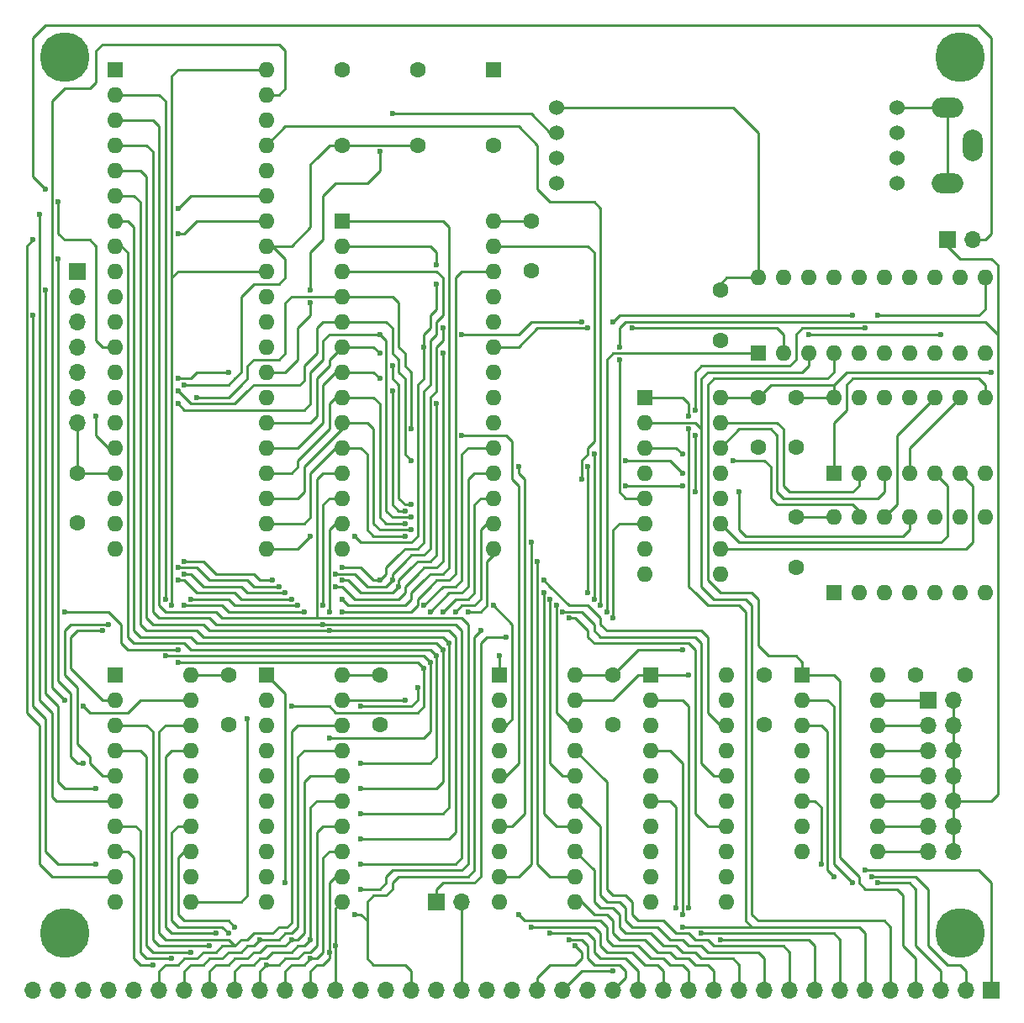
<source format=gtl>
G04 #@! TF.FileFunction,Copper,L1,Top,Signal*
%FSLAX46Y46*%
G04 Gerber Fmt 4.6, Leading zero omitted, Abs format (unit mm)*
G04 Created by KiCad (PCBNEW 4.0.7) date 12/30/18 21:16:10*
%MOMM*%
%LPD*%
G01*
G04 APERTURE LIST*
%ADD10C,0.100000*%
%ADD11C,1.600000*%
%ADD12R,1.700000X1.700000*%
%ADD13O,1.700000X1.700000*%
%ADD14C,5.000000*%
%ADD15O,3.197860X1.998980*%
%ADD16O,1.998980X3.197860*%
%ADD17R,1.600000X1.600000*%
%ADD18O,1.600000X1.600000*%
%ADD19C,1.524000*%
%ADD20C,0.600000*%
%ADD21C,0.250000*%
G04 APERTURE END LIST*
D10*
D11*
X58420000Y-90805000D03*
X58420000Y-95805000D03*
X104140000Y-65405000D03*
X104140000Y-70405000D03*
X127635000Y-111125000D03*
X127635000Y-116125000D03*
X112395000Y-111125000D03*
X112395000Y-116125000D03*
X88900000Y-111125000D03*
X88900000Y-116125000D03*
X73660000Y-111125000D03*
X73660000Y-116125000D03*
X142875000Y-111125000D03*
X147875000Y-111125000D03*
X130810000Y-95250000D03*
X130810000Y-100250000D03*
X127000000Y-83185000D03*
X127000000Y-88185000D03*
X130810000Y-83185000D03*
X130810000Y-88185000D03*
D12*
X150495000Y-142875000D03*
D13*
X147955000Y-142875000D03*
X145415000Y-142875000D03*
X142875000Y-142875000D03*
X140335000Y-142875000D03*
X137795000Y-142875000D03*
X135255000Y-142875000D03*
X132715000Y-142875000D03*
X130175000Y-142875000D03*
X127635000Y-142875000D03*
X125095000Y-142875000D03*
X122555000Y-142875000D03*
X120015000Y-142875000D03*
X117475000Y-142875000D03*
X114935000Y-142875000D03*
X112395000Y-142875000D03*
X109855000Y-142875000D03*
X107315000Y-142875000D03*
X104775000Y-142875000D03*
X102235000Y-142875000D03*
X99695000Y-142875000D03*
X97155000Y-142875000D03*
X94615000Y-142875000D03*
X92075000Y-142875000D03*
X89535000Y-142875000D03*
X86995000Y-142875000D03*
X84455000Y-142875000D03*
X81915000Y-142875000D03*
X79375000Y-142875000D03*
X76835000Y-142875000D03*
X74295000Y-142875000D03*
X71755000Y-142875000D03*
X69215000Y-142875000D03*
X66675000Y-142875000D03*
X64135000Y-142875000D03*
X61595000Y-142875000D03*
X59055000Y-142875000D03*
X56515000Y-142875000D03*
X53975000Y-142875000D03*
D14*
X57150000Y-48895000D03*
X57150000Y-137160000D03*
X147320000Y-137160000D03*
X147320000Y-48895000D03*
D15*
X146050000Y-53975000D03*
D16*
X148590000Y-57785000D03*
D15*
X146050000Y-61595000D03*
D12*
X146050000Y-67310000D03*
D13*
X148590000Y-67310000D03*
D12*
X94615000Y-133985000D03*
D13*
X97155000Y-133985000D03*
D17*
X62230000Y-50165000D03*
D18*
X77470000Y-98425000D03*
X62230000Y-52705000D03*
X77470000Y-95885000D03*
X62230000Y-55245000D03*
X77470000Y-93345000D03*
X62230000Y-57785000D03*
X77470000Y-90805000D03*
X62230000Y-60325000D03*
X77470000Y-88265000D03*
X62230000Y-62865000D03*
X77470000Y-85725000D03*
X62230000Y-65405000D03*
X77470000Y-83185000D03*
X62230000Y-67945000D03*
X77470000Y-80645000D03*
X62230000Y-70485000D03*
X77470000Y-78105000D03*
X62230000Y-73025000D03*
X77470000Y-75565000D03*
X62230000Y-75565000D03*
X77470000Y-73025000D03*
X62230000Y-78105000D03*
X77470000Y-70485000D03*
X62230000Y-80645000D03*
X77470000Y-67945000D03*
X62230000Y-83185000D03*
X77470000Y-65405000D03*
X62230000Y-85725000D03*
X77470000Y-62865000D03*
X62230000Y-88265000D03*
X77470000Y-60325000D03*
X62230000Y-90805000D03*
X77470000Y-57785000D03*
X62230000Y-93345000D03*
X77470000Y-55245000D03*
X62230000Y-95885000D03*
X77470000Y-52705000D03*
X62230000Y-98425000D03*
X77470000Y-50165000D03*
D17*
X85090000Y-65405000D03*
D18*
X100330000Y-98425000D03*
X85090000Y-67945000D03*
X100330000Y-95885000D03*
X85090000Y-70485000D03*
X100330000Y-93345000D03*
X85090000Y-73025000D03*
X100330000Y-90805000D03*
X85090000Y-75565000D03*
X100330000Y-88265000D03*
X85090000Y-78105000D03*
X100330000Y-85725000D03*
X85090000Y-80645000D03*
X100330000Y-83185000D03*
X85090000Y-83185000D03*
X100330000Y-80645000D03*
X85090000Y-85725000D03*
X100330000Y-78105000D03*
X85090000Y-88265000D03*
X100330000Y-75565000D03*
X85090000Y-90805000D03*
X100330000Y-73025000D03*
X85090000Y-93345000D03*
X100330000Y-70485000D03*
X85090000Y-95885000D03*
X100330000Y-67945000D03*
X85090000Y-98425000D03*
X100330000Y-65405000D03*
D17*
X131445000Y-111125000D03*
D18*
X139065000Y-128905000D03*
X131445000Y-113665000D03*
X139065000Y-126365000D03*
X131445000Y-116205000D03*
X139065000Y-123825000D03*
X131445000Y-118745000D03*
X139065000Y-121285000D03*
X131445000Y-121285000D03*
X139065000Y-118745000D03*
X131445000Y-123825000D03*
X139065000Y-116205000D03*
X131445000Y-126365000D03*
X139065000Y-113665000D03*
X131445000Y-128905000D03*
X139065000Y-111125000D03*
D12*
X58420000Y-70485000D03*
D13*
X58420000Y-73025000D03*
X58420000Y-75565000D03*
X58420000Y-78105000D03*
X58420000Y-80645000D03*
X58420000Y-83185000D03*
X58420000Y-85725000D03*
D11*
X123190000Y-72390000D03*
X123190000Y-77390000D03*
D17*
X134620000Y-102870000D03*
D18*
X149860000Y-95250000D03*
X137160000Y-102870000D03*
X147320000Y-95250000D03*
X139700000Y-102870000D03*
X144780000Y-95250000D03*
X142240000Y-102870000D03*
X142240000Y-95250000D03*
X144780000Y-102870000D03*
X139700000Y-95250000D03*
X147320000Y-102870000D03*
X137160000Y-95250000D03*
X149860000Y-102870000D03*
X134620000Y-95250000D03*
D17*
X115570000Y-83185000D03*
D18*
X123190000Y-100965000D03*
X115570000Y-85725000D03*
X123190000Y-98425000D03*
X115570000Y-88265000D03*
X123190000Y-95885000D03*
X115570000Y-90805000D03*
X123190000Y-93345000D03*
X115570000Y-93345000D03*
X123190000Y-90805000D03*
X115570000Y-95885000D03*
X123190000Y-88265000D03*
X115570000Y-98425000D03*
X123190000Y-85725000D03*
X115570000Y-100965000D03*
X123190000Y-83185000D03*
D17*
X134620000Y-90805000D03*
D18*
X149860000Y-83185000D03*
X137160000Y-90805000D03*
X147320000Y-83185000D03*
X139700000Y-90805000D03*
X144780000Y-83185000D03*
X142240000Y-90805000D03*
X142240000Y-83185000D03*
X144780000Y-90805000D03*
X139700000Y-83185000D03*
X147320000Y-90805000D03*
X137160000Y-83185000D03*
X149860000Y-90805000D03*
X134620000Y-83185000D03*
D17*
X127000000Y-78740000D03*
D18*
X149860000Y-71120000D03*
X129540000Y-78740000D03*
X147320000Y-71120000D03*
X132080000Y-78740000D03*
X144780000Y-71120000D03*
X134620000Y-78740000D03*
X142240000Y-71120000D03*
X137160000Y-78740000D03*
X139700000Y-71120000D03*
X139700000Y-78740000D03*
X137160000Y-71120000D03*
X142240000Y-78740000D03*
X134620000Y-71120000D03*
X144780000Y-78740000D03*
X132080000Y-71120000D03*
X147320000Y-78740000D03*
X129540000Y-71120000D03*
X149860000Y-78740000D03*
X127000000Y-71120000D03*
D11*
X92710000Y-50165000D03*
X92710000Y-57785000D03*
D17*
X100330000Y-50165000D03*
D11*
X100330000Y-57785000D03*
X85090000Y-57785000D03*
X85090000Y-50165000D03*
D19*
X106680000Y-53975000D03*
X106680000Y-56515000D03*
X106680000Y-59055000D03*
X106680000Y-61595000D03*
X140970000Y-53975000D03*
X140970000Y-56515000D03*
X140970000Y-59055000D03*
X140970000Y-61595000D03*
D12*
X144145000Y-113665000D03*
D13*
X146685000Y-113665000D03*
X144145000Y-116205000D03*
X146685000Y-116205000D03*
X144145000Y-118745000D03*
X146685000Y-118745000D03*
X144145000Y-121285000D03*
X146685000Y-121285000D03*
X144145000Y-123825000D03*
X146685000Y-123825000D03*
X144145000Y-126365000D03*
X146685000Y-126365000D03*
X144145000Y-128905000D03*
X146685000Y-128905000D03*
D17*
X116205000Y-111125000D03*
D18*
X123825000Y-133985000D03*
X116205000Y-113665000D03*
X123825000Y-131445000D03*
X116205000Y-116205000D03*
X123825000Y-128905000D03*
X116205000Y-118745000D03*
X123825000Y-126365000D03*
X116205000Y-121285000D03*
X123825000Y-123825000D03*
X116205000Y-123825000D03*
X123825000Y-121285000D03*
X116205000Y-126365000D03*
X123825000Y-118745000D03*
X116205000Y-128905000D03*
X123825000Y-116205000D03*
X116205000Y-131445000D03*
X123825000Y-113665000D03*
X116205000Y-133985000D03*
X123825000Y-111125000D03*
D17*
X100965000Y-111125000D03*
D18*
X108585000Y-133985000D03*
X100965000Y-113665000D03*
X108585000Y-131445000D03*
X100965000Y-116205000D03*
X108585000Y-128905000D03*
X100965000Y-118745000D03*
X108585000Y-126365000D03*
X100965000Y-121285000D03*
X108585000Y-123825000D03*
X100965000Y-123825000D03*
X108585000Y-121285000D03*
X100965000Y-126365000D03*
X108585000Y-118745000D03*
X100965000Y-128905000D03*
X108585000Y-116205000D03*
X100965000Y-131445000D03*
X108585000Y-113665000D03*
X100965000Y-133985000D03*
X108585000Y-111125000D03*
D17*
X77470000Y-111125000D03*
D18*
X85090000Y-133985000D03*
X77470000Y-113665000D03*
X85090000Y-131445000D03*
X77470000Y-116205000D03*
X85090000Y-128905000D03*
X77470000Y-118745000D03*
X85090000Y-126365000D03*
X77470000Y-121285000D03*
X85090000Y-123825000D03*
X77470000Y-123825000D03*
X85090000Y-121285000D03*
X77470000Y-126365000D03*
X85090000Y-118745000D03*
X77470000Y-128905000D03*
X85090000Y-116205000D03*
X77470000Y-131445000D03*
X85090000Y-113665000D03*
X77470000Y-133985000D03*
X85090000Y-111125000D03*
D17*
X62230000Y-111125000D03*
D18*
X69850000Y-133985000D03*
X62230000Y-113665000D03*
X69850000Y-131445000D03*
X62230000Y-116205000D03*
X69850000Y-128905000D03*
X62230000Y-118745000D03*
X69850000Y-126365000D03*
X62230000Y-121285000D03*
X69850000Y-123825000D03*
X62230000Y-123825000D03*
X69850000Y-121285000D03*
X62230000Y-126365000D03*
X69850000Y-118745000D03*
X62230000Y-128905000D03*
X69850000Y-116205000D03*
X62230000Y-131445000D03*
X69850000Y-113665000D03*
X62230000Y-133985000D03*
X69850000Y-111125000D03*
D20*
X57150000Y-104775000D03*
X150495000Y-80645000D03*
X119380000Y-108585000D03*
X68580000Y-108585000D03*
X112395000Y-140970000D03*
X133350000Y-130175000D03*
X137795000Y-130810000D03*
X134620000Y-131445000D03*
X138430000Y-131445000D03*
X136525000Y-132080000D03*
X139065000Y-132080000D03*
X120015000Y-86360000D03*
X120015000Y-85090000D03*
X118745000Y-134620000D03*
X119380000Y-136525000D03*
X119380000Y-135255000D03*
X121285000Y-137160000D03*
X120015000Y-134620000D03*
X123190000Y-137795000D03*
X102870000Y-135255000D03*
X104140000Y-136525000D03*
X106045000Y-137160000D03*
X107950000Y-137795000D03*
X112395000Y-105410000D03*
X108585000Y-138430000D03*
X79375000Y-132080000D03*
X110490000Y-103505000D03*
X110490000Y-88900000D03*
X99060000Y-106680000D03*
X124460000Y-89535000D03*
X119380000Y-88900000D03*
X86360000Y-135255000D03*
X84455000Y-138430000D03*
X71755000Y-138430000D03*
X83820000Y-139065000D03*
X69850000Y-139065000D03*
X81915000Y-139700000D03*
X67945000Y-139700000D03*
X77470000Y-140335000D03*
X66040000Y-140335000D03*
X74295000Y-136525000D03*
X81915000Y-137795000D03*
X73660000Y-137160000D03*
X80010000Y-137795000D03*
X76835000Y-137795000D03*
X72390000Y-137160000D03*
X113030000Y-78105000D03*
X113030000Y-79375000D03*
X81915000Y-73660000D03*
X81915000Y-72390000D03*
X88900000Y-58420000D03*
X90170000Y-54610000D03*
X68580000Y-81280000D03*
X73660000Y-80645000D03*
X69215000Y-81915000D03*
X56515000Y-63500000D03*
X55245000Y-62230000D03*
X101600000Y-107315000D03*
X111125000Y-104140000D03*
X136525000Y-74930000D03*
X112395000Y-75565000D03*
X109220000Y-75565000D03*
X97155000Y-76835000D03*
X93345000Y-78105000D03*
X81915000Y-97155000D03*
X86360000Y-97155000D03*
X94615000Y-71755000D03*
X94615000Y-69850000D03*
X93980000Y-104775000D03*
X93980000Y-109855000D03*
X67310000Y-109220000D03*
X67310000Y-103505000D03*
X83820000Y-117475000D03*
X106680000Y-104140000D03*
X91440000Y-97155000D03*
X86995000Y-132715000D03*
X106045000Y-103505000D03*
X92075000Y-96520000D03*
X83185000Y-104140000D03*
X83185000Y-106045000D03*
X86995000Y-130175000D03*
X91440000Y-95885000D03*
X105410000Y-102870000D03*
X83820000Y-104775000D03*
X83820000Y-106680000D03*
X86995000Y-127635000D03*
X104775000Y-99695000D03*
X88900000Y-81280000D03*
X90170000Y-82550000D03*
X91440000Y-94615000D03*
X97790000Y-104775000D03*
X95885000Y-107950000D03*
X86995000Y-125095000D03*
X104140000Y-97790000D03*
X88900000Y-78740000D03*
X90170000Y-80010000D03*
X92075000Y-93980000D03*
X96520000Y-104775000D03*
X95250000Y-108585000D03*
X86995000Y-122555000D03*
X53975000Y-74930000D03*
X60325000Y-130175000D03*
X95250000Y-104775000D03*
X94615000Y-109220000D03*
X86995000Y-120015000D03*
X55245000Y-72390000D03*
X60325000Y-122555000D03*
X56515000Y-69215000D03*
X59055000Y-120015000D03*
X68580000Y-109855000D03*
X80010000Y-114300000D03*
X93345000Y-104140000D03*
X93345000Y-110490000D03*
X67945000Y-104140000D03*
X102870000Y-90170000D03*
X92075000Y-89535000D03*
X68580000Y-82550000D03*
X97155000Y-86995000D03*
X92075000Y-86360000D03*
X70485000Y-83185000D03*
X68580000Y-66675000D03*
X53975000Y-67310000D03*
X100330000Y-104140000D03*
X88900000Y-101600000D03*
X85090000Y-100330000D03*
X78105000Y-101600000D03*
X69215000Y-99695000D03*
X68580000Y-64135000D03*
X54610000Y-64770000D03*
X105410000Y-101600000D03*
X88900000Y-76835000D03*
X92075000Y-95250000D03*
X68580000Y-83820000D03*
X60325000Y-85090000D03*
X107315000Y-104775000D03*
X90170000Y-101600000D03*
X95250000Y-76200000D03*
X84455000Y-100965000D03*
X78740000Y-102235000D03*
X68580000Y-100330000D03*
X107950000Y-105410000D03*
X90805000Y-102235000D03*
X94615000Y-83820000D03*
X85090000Y-101600000D03*
X79375000Y-102870000D03*
X69215000Y-100965000D03*
X59055000Y-114300000D03*
X57150000Y-113665000D03*
X114300000Y-76200000D03*
X109855000Y-76200000D03*
X95250000Y-78740000D03*
X84455000Y-102235000D03*
X80010000Y-103505000D03*
X68580000Y-101600000D03*
X61595000Y-106045000D03*
X85090000Y-103505000D03*
X80645000Y-104140000D03*
X69850000Y-103505000D03*
X60960000Y-106680000D03*
X85090000Y-104775000D03*
X81280000Y-104775000D03*
X69215000Y-104140000D03*
X113665000Y-92075000D03*
X109220000Y-91440000D03*
X125095000Y-92710000D03*
X119380000Y-92075000D03*
X111760000Y-104775000D03*
X100965000Y-109220000D03*
X91440000Y-113665000D03*
X145415000Y-76835000D03*
X132080000Y-76835000D03*
X120015000Y-111125000D03*
X92710000Y-112395000D03*
X86995000Y-114300000D03*
X113665000Y-89535000D03*
X109855000Y-90170000D03*
X109855000Y-102870000D03*
X119380000Y-90805000D03*
X75565000Y-115570000D03*
X137795000Y-76200000D03*
X139065000Y-74930000D03*
X120650000Y-86995000D03*
X120650000Y-84455000D03*
X120650000Y-92710000D03*
D21*
X63500000Y-108585000D02*
X62865000Y-107950000D01*
X62865000Y-107950000D02*
X62865000Y-106045000D01*
X62865000Y-106045000D02*
X61595000Y-104775000D01*
X61595000Y-104775000D02*
X57150000Y-104775000D01*
X134620000Y-81915000D02*
X128270000Y-81915000D01*
X128270000Y-81915000D02*
X127000000Y-83185000D01*
X150495000Y-80645000D02*
X135890000Y-80645000D01*
X135890000Y-80645000D02*
X134620000Y-81915000D01*
X134620000Y-81915000D02*
X134620000Y-83185000D01*
X127000000Y-83185000D02*
X123190000Y-83185000D01*
X130810000Y-83185000D02*
X134620000Y-83185000D01*
X119380000Y-108585000D02*
X114935000Y-108585000D01*
X114935000Y-108585000D02*
X112395000Y-111125000D01*
X58420000Y-90805000D02*
X62230000Y-90805000D01*
X106680000Y-53975000D02*
X124460000Y-53975000D01*
X124460000Y-53975000D02*
X127000000Y-56515000D01*
X127000000Y-56515000D02*
X127000000Y-71120000D01*
X123190000Y-72390000D02*
X123190000Y-71755000D01*
X123190000Y-71755000D02*
X123825000Y-71120000D01*
X123825000Y-71120000D02*
X127000000Y-71120000D01*
X68580000Y-108585000D02*
X63500000Y-108585000D01*
X58420000Y-85725000D02*
X58420000Y-90805000D01*
X130810000Y-95250000D02*
X134620000Y-95250000D01*
X112395000Y-140970000D02*
X109220000Y-140970000D01*
X109220000Y-140970000D02*
X107315000Y-142875000D01*
X100330000Y-65405000D02*
X104140000Y-65405000D01*
X108585000Y-111125000D02*
X112395000Y-111125000D01*
X85090000Y-111125000D02*
X88900000Y-111125000D01*
X69850000Y-111125000D02*
X73660000Y-111125000D01*
X133350000Y-130175000D02*
X133350000Y-124460000D01*
X133350000Y-124460000D02*
X132715000Y-123825000D01*
X132715000Y-123825000D02*
X131445000Y-123825000D01*
X139700000Y-130810000D02*
X137795000Y-130810000D01*
X149225000Y-130810000D02*
X139700000Y-130810000D01*
X150495000Y-142875000D02*
X150495000Y-132080000D01*
X150495000Y-132080000D02*
X149225000Y-130810000D01*
X131445000Y-116205000D02*
X133350000Y-116205000D01*
X133350000Y-116205000D02*
X133985000Y-116840000D01*
X133985000Y-116840000D02*
X133985000Y-130810000D01*
X133985000Y-130810000D02*
X134620000Y-131445000D01*
X142875000Y-131445000D02*
X138430000Y-131445000D01*
X144145000Y-132715000D02*
X142875000Y-131445000D01*
X147955000Y-142875000D02*
X147955000Y-140970000D01*
X146050000Y-140335000D02*
X144145000Y-138430000D01*
X147320000Y-140335000D02*
X146050000Y-140335000D01*
X147955000Y-140970000D02*
X147320000Y-140335000D01*
X144145000Y-138430000D02*
X144145000Y-132715000D01*
X131445000Y-113665000D02*
X133985000Y-113665000D01*
X133985000Y-113665000D02*
X134620000Y-114300000D01*
X134620000Y-114300000D02*
X134620000Y-130175000D01*
X134620000Y-130175000D02*
X136525000Y-132080000D01*
X142240000Y-132080000D02*
X139065000Y-132080000D01*
X142875000Y-132715000D02*
X142240000Y-132080000D01*
X145415000Y-140970000D02*
X145415000Y-142875000D01*
X145415000Y-140970000D02*
X142875000Y-138430000D01*
X142875000Y-138430000D02*
X142875000Y-132715000D01*
X134620000Y-78740000D02*
X134620000Y-80645000D01*
X134620000Y-80645000D02*
X133985000Y-81280000D01*
X133985000Y-81280000D02*
X122555000Y-81280000D01*
X122555000Y-81280000D02*
X121920000Y-81915000D01*
X121920000Y-81915000D02*
X121920000Y-83820000D01*
X121920000Y-100330000D02*
X121920000Y-83820000D01*
X127000000Y-106680000D02*
X127000000Y-103505000D01*
X127000000Y-103505000D02*
X126365000Y-102870000D01*
X126365000Y-102870000D02*
X123190000Y-102870000D01*
X123190000Y-102870000D02*
X121920000Y-101600000D01*
X121920000Y-101600000D02*
X121920000Y-100330000D01*
X131445000Y-111125000D02*
X131445000Y-109855000D01*
X131445000Y-109855000D02*
X130810000Y-109220000D01*
X130810000Y-109220000D02*
X128085002Y-109220000D01*
X128085002Y-109220000D02*
X127000000Y-108134998D01*
X127000000Y-108134998D02*
X127000000Y-106680000D01*
X137160000Y-131445000D02*
X135255000Y-129540000D01*
X135255000Y-129540000D02*
X135255000Y-111760000D01*
X135255000Y-111760000D02*
X134620000Y-111125000D01*
X131445000Y-111125000D02*
X134620000Y-111125000D01*
X142875000Y-139700000D02*
X142875000Y-142875000D01*
X142875000Y-139700000D02*
X141605000Y-138430000D01*
X137160000Y-131445000D02*
X137160000Y-132080000D01*
X141605000Y-133350000D02*
X140970000Y-132715000D01*
X141605000Y-138430000D02*
X141605000Y-133350000D01*
X137795000Y-132715000D02*
X140970000Y-132715000D01*
X137160000Y-132080000D02*
X137795000Y-132715000D01*
X132080000Y-78740000D02*
X132080000Y-80010000D01*
X132080000Y-80010000D02*
X131445000Y-80645000D01*
X131445000Y-80645000D02*
X121920000Y-80645000D01*
X121920000Y-80645000D02*
X121285000Y-81280000D01*
X121285000Y-81280000D02*
X121285000Y-86360000D01*
X122555000Y-103505000D02*
X125730000Y-103505000D01*
X125730000Y-103505000D02*
X126365000Y-104140000D01*
X126365000Y-104140000D02*
X126365000Y-107315000D01*
X121285000Y-101600000D02*
X121285000Y-102235000D01*
X121285000Y-102235000D02*
X122555000Y-103505000D01*
X121285000Y-101600000D02*
X121285000Y-86360000D01*
X121285000Y-86360000D02*
X120650000Y-85725000D01*
X120650000Y-85725000D02*
X115570000Y-85725000D01*
X126365000Y-113030000D02*
X126365000Y-107315000D01*
X126365000Y-131445000D02*
X126365000Y-135255000D01*
X126365000Y-135255000D02*
X127000000Y-135890000D01*
X127000000Y-135890000D02*
X130810000Y-135890000D01*
X140335000Y-142875000D02*
X140335000Y-136525000D01*
X140335000Y-136525000D02*
X139700000Y-135890000D01*
X139700000Y-135890000D02*
X130810000Y-135890000D01*
X126365000Y-131445000D02*
X126365000Y-113030000D01*
X120015000Y-85090000D02*
X120015000Y-83820000D01*
X120015000Y-83820000D02*
X119380000Y-83185000D01*
X119380000Y-83185000D02*
X115570000Y-83185000D01*
X120650000Y-102870000D02*
X120015000Y-102235000D01*
X120015000Y-102235000D02*
X120015000Y-86360000D01*
X121920000Y-104140000D02*
X125095000Y-104140000D01*
X125095000Y-104140000D02*
X125730000Y-104775000D01*
X125730000Y-104775000D02*
X125730000Y-107950000D01*
X120650000Y-102870000D02*
X121920000Y-104140000D01*
X126365000Y-136525000D02*
X125730000Y-135890000D01*
X125730000Y-135890000D02*
X125730000Y-107950000D01*
X116205000Y-123825000D02*
X118110000Y-123825000D01*
X118110000Y-123825000D02*
X118745000Y-124460000D01*
X118745000Y-124460000D02*
X118745000Y-134620000D01*
X137795000Y-137160000D02*
X137160000Y-136525000D01*
X137160000Y-136525000D02*
X126365000Y-136525000D01*
X126365000Y-136525000D02*
X123190000Y-136525000D01*
X137795000Y-137160000D02*
X137795000Y-142875000D01*
X119380000Y-136525000D02*
X123190000Y-136525000D01*
X116205000Y-118745000D02*
X118110000Y-118745000D01*
X118110000Y-118745000D02*
X119380000Y-120015000D01*
X119380000Y-120015000D02*
X119380000Y-135255000D01*
X135255000Y-137795000D02*
X135255000Y-142875000D01*
X135255000Y-137795000D02*
X134620000Y-137160000D01*
X123190000Y-137160000D02*
X134620000Y-137160000D01*
X121285000Y-137160000D02*
X123190000Y-137160000D01*
X120015000Y-115570000D02*
X120015000Y-114300000D01*
X120015000Y-114300000D02*
X119380000Y-113665000D01*
X119380000Y-113665000D02*
X116205000Y-113665000D01*
X120015000Y-134620000D02*
X120015000Y-115570000D01*
X132715000Y-138430000D02*
X132080000Y-137795000D01*
X132080000Y-137795000D02*
X123190000Y-137795000D01*
X132715000Y-142875000D02*
X132715000Y-138430000D01*
X114300000Y-133985000D02*
X113665000Y-133350000D01*
X113665000Y-133350000D02*
X112395000Y-133350000D01*
X112395000Y-133350000D02*
X111760000Y-132715000D01*
X111760000Y-132715000D02*
X111760000Y-121920000D01*
X111760000Y-121920000D02*
X108585000Y-118745000D01*
X130175000Y-139065000D02*
X130175000Y-142875000D01*
X118745000Y-137160000D02*
X117475000Y-135890000D01*
X120015000Y-137160000D02*
X118745000Y-137160000D01*
X120650000Y-137795000D02*
X120015000Y-137160000D01*
X121920000Y-137795000D02*
X120650000Y-137795000D01*
X122555000Y-138430000D02*
X121920000Y-137795000D01*
X129540000Y-138430000D02*
X122555000Y-138430000D01*
X130175000Y-139065000D02*
X129540000Y-138430000D01*
X116205000Y-135890000D02*
X117475000Y-135890000D01*
X114935000Y-135890000D02*
X116205000Y-135890000D01*
X114300000Y-135255000D02*
X114935000Y-135890000D01*
X114300000Y-133985000D02*
X114300000Y-135255000D01*
X113665000Y-134620000D02*
X113030000Y-133985000D01*
X113030000Y-133985000D02*
X111760000Y-133985000D01*
X111760000Y-133985000D02*
X111125000Y-133350000D01*
X111125000Y-133350000D02*
X111125000Y-126365000D01*
X111125000Y-126365000D02*
X108585000Y-123825000D01*
X115570000Y-136525000D02*
X114300000Y-136525000D01*
X127635000Y-139700000D02*
X127000000Y-139065000D01*
X127000000Y-139065000D02*
X121920000Y-139065000D01*
X121920000Y-139065000D02*
X121285000Y-138430000D01*
X121285000Y-138430000D02*
X120015000Y-138430000D01*
X120015000Y-138430000D02*
X119380000Y-137795000D01*
X119380000Y-137795000D02*
X118110000Y-137795000D01*
X118110000Y-137795000D02*
X116840000Y-136525000D01*
X116840000Y-136525000D02*
X115570000Y-136525000D01*
X127635000Y-142875000D02*
X127635000Y-139700000D01*
X113665000Y-135890000D02*
X113665000Y-134620000D01*
X114300000Y-136525000D02*
X113665000Y-135890000D01*
X113030000Y-135255000D02*
X112395000Y-134620000D01*
X112395000Y-134620000D02*
X111125000Y-134620000D01*
X111125000Y-134620000D02*
X110490000Y-133985000D01*
X110490000Y-133985000D02*
X110490000Y-130810000D01*
X110490000Y-130810000D02*
X108585000Y-128905000D01*
X125095000Y-140335000D02*
X124460000Y-139700000D01*
X124460000Y-139700000D02*
X121285000Y-139700000D01*
X121285000Y-139700000D02*
X120650000Y-139065000D01*
X120650000Y-139065000D02*
X119380000Y-139065000D01*
X119380000Y-139065000D02*
X118745000Y-138430000D01*
X118745000Y-138430000D02*
X117475000Y-138430000D01*
X117475000Y-138430000D02*
X116205000Y-137160000D01*
X116205000Y-137160000D02*
X114935000Y-137160000D01*
X125095000Y-141605000D02*
X125095000Y-142875000D01*
X125095000Y-141605000D02*
X125095000Y-140335000D01*
X113665000Y-137160000D02*
X114935000Y-137160000D01*
X113030000Y-136525000D02*
X113665000Y-137160000D01*
X113030000Y-135255000D02*
X113030000Y-136525000D01*
X112395000Y-135890000D02*
X111760000Y-135255000D01*
X111760000Y-135255000D02*
X110490000Y-135255000D01*
X110490000Y-135255000D02*
X109220000Y-133985000D01*
X109220000Y-133985000D02*
X108585000Y-133985000D01*
X112395000Y-137160000D02*
X112395000Y-135890000D01*
X120650000Y-140335000D02*
X120015000Y-139700000D01*
X120015000Y-139700000D02*
X118745000Y-139700000D01*
X118745000Y-139700000D02*
X118110000Y-139065000D01*
X118110000Y-139065000D02*
X116840000Y-139065000D01*
X116840000Y-139065000D02*
X115570000Y-137795000D01*
X115570000Y-137795000D02*
X113030000Y-137795000D01*
X113030000Y-137795000D02*
X112395000Y-137160000D01*
X122555000Y-142875000D02*
X122555000Y-140970000D01*
X121920000Y-140335000D02*
X121285000Y-140335000D01*
X122555000Y-140970000D02*
X121920000Y-140335000D01*
X121285000Y-140335000D02*
X120650000Y-140335000D01*
X113030000Y-138430000D02*
X112395000Y-138430000D01*
X102870000Y-135255000D02*
X103505000Y-135890000D01*
X120015000Y-140970000D02*
X119380000Y-140335000D01*
X119380000Y-140335000D02*
X118110000Y-140335000D01*
X118110000Y-140335000D02*
X117475000Y-139700000D01*
X117475000Y-139700000D02*
X116205000Y-139700000D01*
X116205000Y-139700000D02*
X114935000Y-138430000D01*
X114935000Y-138430000D02*
X113030000Y-138430000D01*
X120015000Y-140970000D02*
X120015000Y-142875000D01*
X111125000Y-135890000D02*
X103505000Y-135890000D01*
X111760000Y-136525000D02*
X111125000Y-135890000D01*
X111760000Y-137795000D02*
X111760000Y-136525000D01*
X112395000Y-138430000D02*
X111760000Y-137795000D01*
X104140000Y-136525000D02*
X110490000Y-136525000D01*
X117475000Y-140970000D02*
X116840000Y-140335000D01*
X116840000Y-140335000D02*
X115570000Y-140335000D01*
X115570000Y-140335000D02*
X114300000Y-139065000D01*
X114300000Y-139065000D02*
X112395000Y-139065000D01*
X117475000Y-140970000D02*
X117475000Y-142875000D01*
X111760000Y-139065000D02*
X112395000Y-139065000D01*
X111125000Y-138430000D02*
X111760000Y-139065000D01*
X111125000Y-137160000D02*
X111125000Y-138430000D01*
X110490000Y-136525000D02*
X111125000Y-137160000D01*
X111760000Y-139700000D02*
X111125000Y-139700000D01*
X114935000Y-140970000D02*
X114935000Y-142875000D01*
X114935000Y-140970000D02*
X113665000Y-139700000D01*
X111760000Y-139700000D02*
X113665000Y-139700000D01*
X109855000Y-137160000D02*
X106045000Y-137160000D01*
X110490000Y-137795000D02*
X109855000Y-137160000D01*
X110490000Y-139065000D02*
X110490000Y-137795000D01*
X111125000Y-139700000D02*
X110490000Y-139065000D01*
X111760000Y-140335000D02*
X113030000Y-140335000D01*
X113030000Y-140335000D02*
X113665000Y-140970000D01*
X113665000Y-140970000D02*
X113665000Y-141605000D01*
X113665000Y-141605000D02*
X112395000Y-142875000D01*
X110490000Y-140335000D02*
X109855000Y-139700000D01*
X111760000Y-140335000D02*
X110490000Y-140335000D01*
X109220000Y-137795000D02*
X107950000Y-137795000D01*
X109855000Y-138430000D02*
X109220000Y-137795000D01*
X109855000Y-139700000D02*
X109855000Y-138430000D01*
X112395000Y-105410000D02*
X112395000Y-96520000D01*
X112395000Y-96520000D02*
X113030000Y-95885000D01*
X113030000Y-95885000D02*
X113665000Y-95885000D01*
X113665000Y-95885000D02*
X115570000Y-95885000D01*
X109220000Y-139065000D02*
X108585000Y-138430000D01*
X104775000Y-142875000D02*
X104775000Y-141605000D01*
X104775000Y-141605000D02*
X106045000Y-140335000D01*
X106045000Y-140335000D02*
X108585000Y-140335000D01*
X108585000Y-140335000D02*
X109220000Y-139700000D01*
X109220000Y-139700000D02*
X109220000Y-139065000D01*
X97155000Y-142875000D02*
X97155000Y-133985000D01*
X98425000Y-108585000D02*
X98425000Y-107315000D01*
X98425000Y-107315000D02*
X99060000Y-106680000D01*
X90170000Y-132715000D02*
X90170000Y-132080000D01*
X90170000Y-132080000D02*
X90805000Y-131445000D01*
X90805000Y-131445000D02*
X91440000Y-131445000D01*
X98425000Y-130175000D02*
X98425000Y-130810000D01*
X98425000Y-130810000D02*
X97790000Y-131445000D01*
X97790000Y-131445000D02*
X91440000Y-131445000D01*
X90170000Y-132715000D02*
X89535000Y-133350000D01*
X89535000Y-133350000D02*
X88265000Y-133350000D01*
X88265000Y-133350000D02*
X87630000Y-133985000D01*
X79375000Y-113030000D02*
X77470000Y-111125000D01*
X79375000Y-114300000D02*
X79375000Y-113030000D01*
X110490000Y-103505000D02*
X110490000Y-88900000D01*
X79375000Y-132080000D02*
X79375000Y-114300000D01*
X98425000Y-110490000D02*
X98425000Y-108585000D01*
X137160000Y-95250000D02*
X137160000Y-94615000D01*
X137160000Y-94615000D02*
X136525000Y-93980000D01*
X136525000Y-93980000D02*
X128905000Y-93980000D01*
X128905000Y-93980000D02*
X128270000Y-93345000D01*
X128270000Y-93345000D02*
X128270000Y-90170000D01*
X128270000Y-90170000D02*
X127635000Y-89535000D01*
X127635000Y-89535000D02*
X124460000Y-89535000D01*
X119380000Y-88900000D02*
X118745000Y-88265000D01*
X118745000Y-88265000D02*
X115570000Y-88265000D01*
X87630000Y-135890000D02*
X86995000Y-135255000D01*
X86995000Y-135255000D02*
X86360000Y-135255000D01*
X92075000Y-142875000D02*
X92075000Y-140970000D01*
X92075000Y-140970000D02*
X91440000Y-140335000D01*
X91440000Y-140335000D02*
X88265000Y-140335000D01*
X88265000Y-140335000D02*
X87630000Y-139700000D01*
X87630000Y-139700000D02*
X87630000Y-135890000D01*
X87630000Y-135890000D02*
X87630000Y-133985000D01*
X98425000Y-130175000D02*
X98425000Y-110490000D01*
X66040000Y-137160000D02*
X66040000Y-137795000D01*
X65405000Y-116205000D02*
X66040000Y-116840000D01*
X66040000Y-116840000D02*
X66040000Y-137160000D01*
X62230000Y-116205000D02*
X65405000Y-116205000D01*
X66675000Y-138430000D02*
X71755000Y-138430000D01*
X66040000Y-137795000D02*
X66675000Y-138430000D01*
X84455000Y-142875000D02*
X84455000Y-138430000D01*
X84455000Y-138430000D02*
X84455000Y-134620000D01*
X84455000Y-134620000D02*
X85090000Y-133985000D01*
X65405000Y-136525000D02*
X65405000Y-138430000D01*
X64770000Y-118745000D02*
X65405000Y-119380000D01*
X65405000Y-119380000D02*
X65405000Y-136525000D01*
X62230000Y-118745000D02*
X64770000Y-118745000D01*
X66040000Y-139065000D02*
X69850000Y-139065000D01*
X65405000Y-138430000D02*
X66040000Y-139065000D01*
X83820000Y-132715000D02*
X83820000Y-132080000D01*
X81915000Y-141605000D02*
X81915000Y-140970000D01*
X81915000Y-140970000D02*
X82550000Y-140335000D01*
X82550000Y-140335000D02*
X83185000Y-140335000D01*
X83185000Y-140335000D02*
X83820000Y-139700000D01*
X83820000Y-139700000D02*
X83820000Y-139065000D01*
X83820000Y-139065000D02*
X83820000Y-132715000D01*
X81915000Y-142875000D02*
X81915000Y-141605000D01*
X83820000Y-132080000D02*
X84455000Y-131445000D01*
X84455000Y-131445000D02*
X85090000Y-131445000D01*
X64770000Y-135890000D02*
X64770000Y-139065000D01*
X64319998Y-126365000D02*
X64770000Y-126815002D01*
X64770000Y-126815002D02*
X64770000Y-135890000D01*
X62230000Y-126365000D02*
X64319998Y-126365000D01*
X65405000Y-139700000D02*
X67945000Y-139700000D01*
X64770000Y-139065000D02*
X65405000Y-139700000D01*
X79375000Y-140970000D02*
X80010000Y-140335000D01*
X83185000Y-129540000D02*
X83820000Y-128905000D01*
X83185000Y-139065000D02*
X83185000Y-129540000D01*
X82550000Y-139700000D02*
X83185000Y-139065000D01*
X83820000Y-128905000D02*
X85090000Y-128905000D01*
X79375000Y-142875000D02*
X79375000Y-140970000D01*
X80010000Y-140335000D02*
X81280000Y-140335000D01*
X81280000Y-140335000D02*
X81915000Y-139700000D01*
X81915000Y-139700000D02*
X82550000Y-139700000D01*
X64135000Y-137160000D02*
X64135000Y-139700000D01*
X63500000Y-128905000D02*
X64135000Y-129540000D01*
X64135000Y-129540000D02*
X64135000Y-137160000D01*
X62230000Y-128905000D02*
X63500000Y-128905000D01*
X64770000Y-140335000D02*
X66040000Y-140335000D01*
X64135000Y-139700000D02*
X64770000Y-140335000D01*
X79375000Y-139700000D02*
X78740000Y-140335000D01*
X81280000Y-139065000D02*
X81915000Y-139065000D01*
X81915000Y-139065000D02*
X82550000Y-138430000D01*
X82550000Y-138430000D02*
X82550000Y-127000000D01*
X82550000Y-127000000D02*
X83185000Y-126365000D01*
X83185000Y-126365000D02*
X85090000Y-126365000D01*
X76835000Y-142875000D02*
X76835000Y-140970000D01*
X80645000Y-139700000D02*
X79375000Y-139700000D01*
X81280000Y-139065000D02*
X80645000Y-139700000D01*
X78740000Y-140335000D02*
X77470000Y-140335000D01*
X77470000Y-140335000D02*
X76835000Y-140970000D01*
X73660000Y-135890000D02*
X74295000Y-136525000D01*
X68580000Y-135255000D02*
X69215000Y-135890000D01*
X69215000Y-135890000D02*
X73660000Y-135890000D01*
X68580000Y-130175000D02*
X68580000Y-129540000D01*
X68580000Y-129540000D02*
X69215000Y-128905000D01*
X69215000Y-128905000D02*
X69850000Y-128905000D01*
X68580000Y-130175000D02*
X68580000Y-135255000D01*
X76835000Y-139700000D02*
X76200000Y-140335000D01*
X81915000Y-129540000D02*
X81915000Y-135890000D01*
X82550000Y-123825000D02*
X81915000Y-124460000D01*
X81915000Y-124460000D02*
X81915000Y-129540000D01*
X85090000Y-123825000D02*
X82550000Y-123825000D01*
X81915000Y-135890000D02*
X81915000Y-136525000D01*
X81915000Y-136525000D02*
X81915000Y-137795000D01*
X81915000Y-137795000D02*
X81280000Y-138430000D01*
X81280000Y-138430000D02*
X80645000Y-138430000D01*
X74295000Y-140970000D02*
X74295000Y-142875000D01*
X80010000Y-139065000D02*
X78105000Y-139065000D01*
X80645000Y-138430000D02*
X80010000Y-139065000D01*
X77470000Y-139700000D02*
X76835000Y-139700000D01*
X78105000Y-139065000D02*
X77470000Y-139700000D01*
X76200000Y-140335000D02*
X74930000Y-140335000D01*
X74930000Y-140335000D02*
X74295000Y-140970000D01*
X73025000Y-136525000D02*
X73660000Y-137160000D01*
X81280000Y-136525000D02*
X81280000Y-137160000D01*
X81280000Y-137160000D02*
X80645000Y-137795000D01*
X67945000Y-135255000D02*
X67945000Y-135890000D01*
X68580000Y-136525000D02*
X73025000Y-136525000D01*
X67945000Y-135890000D02*
X68580000Y-136525000D01*
X69850000Y-126365000D02*
X68580000Y-126365000D01*
X67945000Y-127000000D02*
X67945000Y-135255000D01*
X68580000Y-126365000D02*
X67945000Y-127000000D01*
X80010000Y-137795000D02*
X79375000Y-138430000D01*
X81280000Y-127000000D02*
X81280000Y-136525000D01*
X81915000Y-121285000D02*
X81280000Y-121920000D01*
X81280000Y-121920000D02*
X81280000Y-127000000D01*
X85090000Y-121285000D02*
X81915000Y-121285000D01*
X81280000Y-136525000D02*
X81280000Y-136709998D01*
X80645000Y-137795000D02*
X80010000Y-137795000D01*
X71755000Y-140970000D02*
X71755000Y-142875000D01*
X79375000Y-138430000D02*
X77470000Y-138430000D01*
X77470000Y-138430000D02*
X76835000Y-139065000D01*
X76835000Y-139065000D02*
X76200000Y-139065000D01*
X76200000Y-139065000D02*
X75565000Y-139700000D01*
X75565000Y-139700000D02*
X74295000Y-139700000D01*
X74295000Y-139700000D02*
X73660000Y-140335000D01*
X73660000Y-140335000D02*
X72390000Y-140335000D01*
X72390000Y-140335000D02*
X71755000Y-140970000D01*
X80645000Y-136525000D02*
X80010000Y-137160000D01*
X76835000Y-137795000D02*
X78740000Y-137795000D01*
X78740000Y-137795000D02*
X79375000Y-137160000D01*
X67310000Y-135890000D02*
X67310000Y-136525000D01*
X67310000Y-136525000D02*
X67945000Y-137160000D01*
X67945000Y-137160000D02*
X72390000Y-137160000D01*
X69850000Y-118745000D02*
X67945000Y-118745000D01*
X67310000Y-119380000D02*
X67310000Y-135890000D01*
X67945000Y-118745000D02*
X67310000Y-119380000D01*
X80010000Y-137160000D02*
X79375000Y-137160000D01*
X80645000Y-119380000D02*
X80645000Y-136525000D01*
X69215000Y-140970000D02*
X69215000Y-142875000D01*
X76835000Y-137795000D02*
X76200000Y-138430000D01*
X76200000Y-138430000D02*
X75565000Y-138430000D01*
X75565000Y-138430000D02*
X74930000Y-139065000D01*
X74930000Y-139065000D02*
X73660000Y-139065000D01*
X73660000Y-139065000D02*
X73025000Y-139700000D01*
X73025000Y-139700000D02*
X71755000Y-139700000D01*
X71755000Y-139700000D02*
X71120000Y-140335000D01*
X71120000Y-140335000D02*
X69850000Y-140335000D01*
X69850000Y-140335000D02*
X69215000Y-140970000D01*
X85090000Y-118745000D02*
X81280000Y-118745000D01*
X80645000Y-119380000D02*
X80645000Y-119380000D01*
X81280000Y-118745000D02*
X80645000Y-119380000D01*
X78105000Y-137160000D02*
X76200000Y-137160000D01*
X66675000Y-136525000D02*
X66675000Y-137160000D01*
X67310000Y-116205000D02*
X66675000Y-116840000D01*
X66675000Y-116840000D02*
X66675000Y-136525000D01*
X69850000Y-116205000D02*
X67310000Y-116205000D01*
X73660000Y-137795000D02*
X74295000Y-138430000D01*
X67310000Y-137795000D02*
X73660000Y-137795000D01*
X66675000Y-137160000D02*
X67310000Y-137795000D01*
X67310000Y-140335000D02*
X66675000Y-140970000D01*
X68580000Y-140335000D02*
X67310000Y-140335000D01*
X69215000Y-139700000D02*
X68580000Y-140335000D01*
X70485000Y-139700000D02*
X69215000Y-139700000D01*
X71120000Y-139065000D02*
X70485000Y-139700000D01*
X71755000Y-139065000D02*
X71120000Y-139065000D01*
X72390000Y-139065000D02*
X71755000Y-139065000D01*
X73025000Y-138430000D02*
X72390000Y-139065000D01*
X74295000Y-138430000D02*
X73025000Y-138430000D01*
X74930000Y-137795000D02*
X74295000Y-138430000D01*
X75565000Y-137795000D02*
X74930000Y-137795000D01*
X76200000Y-137160000D02*
X75565000Y-137795000D01*
X78740000Y-136525000D02*
X78105000Y-137160000D01*
X78740000Y-136525000D02*
X79559998Y-136525000D01*
X79559998Y-136525000D02*
X80010000Y-136074998D01*
X80010000Y-136074998D02*
X80010000Y-117475000D01*
X66675000Y-142875000D02*
X66675000Y-140970000D01*
X80010000Y-117475000D02*
X80010000Y-116840000D01*
X80010000Y-116840000D02*
X80645000Y-116205000D01*
X80645000Y-116205000D02*
X85090000Y-116205000D01*
X139065000Y-113665000D02*
X144145000Y-113665000D01*
X146685000Y-126365000D02*
X146685000Y-128905000D01*
X146685000Y-123825000D02*
X146685000Y-126365000D01*
X146685000Y-116205000D02*
X146685000Y-118745000D01*
X146685000Y-113665000D02*
X146685000Y-116205000D01*
X146685000Y-121285000D02*
X146685000Y-118745000D01*
X146685000Y-123825000D02*
X146685000Y-121285000D01*
X150495000Y-123825000D02*
X146685000Y-123825000D01*
X113030000Y-91440000D02*
X113030000Y-92710000D01*
X113030000Y-92710000D02*
X113665000Y-93345000D01*
X113665000Y-93345000D02*
X115570000Y-93345000D01*
X151130000Y-76835000D02*
X150495000Y-76200000D01*
X150495000Y-76200000D02*
X149860000Y-75565000D01*
X149860000Y-75565000D02*
X113665000Y-75565000D01*
X113665000Y-75565000D02*
X113030000Y-76200000D01*
X113030000Y-76200000D02*
X113030000Y-78105000D01*
X113030000Y-79375000D02*
X113030000Y-91440000D01*
X146050000Y-67310000D02*
X146050000Y-67945000D01*
X146050000Y-67945000D02*
X147320000Y-69215000D01*
X147320000Y-69215000D02*
X150495000Y-69215000D01*
X150495000Y-69215000D02*
X151130000Y-69850000D01*
X151130000Y-69850000D02*
X151130000Y-76835000D01*
X151130000Y-76835000D02*
X151130000Y-123190000D01*
X151130000Y-123190000D02*
X150495000Y-123825000D01*
X139065000Y-116205000D02*
X144145000Y-116205000D01*
X139065000Y-118745000D02*
X144145000Y-118745000D01*
X139065000Y-121285000D02*
X144145000Y-121285000D01*
X139065000Y-123825000D02*
X144145000Y-123825000D01*
X80645000Y-76835000D02*
X80645000Y-76200000D01*
X80645000Y-76200000D02*
X81915000Y-74930000D01*
X81915000Y-74930000D02*
X81915000Y-73660000D01*
X81915000Y-72390000D02*
X81915000Y-68580000D01*
X81915000Y-68580000D02*
X83185000Y-67310000D01*
X83185000Y-67310000D02*
X83185000Y-62865000D01*
X83185000Y-62865000D02*
X84455000Y-61595000D01*
X84455000Y-61595000D02*
X87630000Y-61595000D01*
X87630000Y-61595000D02*
X88900000Y-60325000D01*
X88900000Y-60325000D02*
X88900000Y-58420000D01*
X90170000Y-54610000D02*
X104140000Y-54610000D01*
X104140000Y-54610000D02*
X106045000Y-56515000D01*
X106045000Y-56515000D02*
X106680000Y-56515000D01*
X77470000Y-80645000D02*
X79375000Y-80645000D01*
X79375000Y-80645000D02*
X80645000Y-79375000D01*
X80645000Y-79375000D02*
X80645000Y-76835000D01*
X69850000Y-81280000D02*
X70485000Y-80645000D01*
X70485000Y-80645000D02*
X73660000Y-80645000D01*
X68580000Y-81280000D02*
X69850000Y-81280000D01*
X82550000Y-59055000D02*
X81915000Y-59690000D01*
X81915000Y-59690000D02*
X81915000Y-66040000D01*
X81915000Y-66040000D02*
X80010000Y-67945000D01*
X82550000Y-59055000D02*
X83820000Y-57785000D01*
X83820000Y-57785000D02*
X85090000Y-57785000D01*
X74930000Y-77470000D02*
X74930000Y-73025000D01*
X74930000Y-73025000D02*
X76200000Y-71755000D01*
X76200000Y-71755000D02*
X78740000Y-71755000D01*
X78740000Y-71755000D02*
X79375000Y-71120000D01*
X79375000Y-71120000D02*
X79375000Y-69215000D01*
X79375000Y-69215000D02*
X78105000Y-67945000D01*
X78105000Y-67945000D02*
X77470000Y-67945000D01*
X69215000Y-81915000D02*
X73660000Y-81915000D01*
X73660000Y-81915000D02*
X74295000Y-81280000D01*
X74930000Y-79375000D02*
X74930000Y-77470000D01*
X74930000Y-80645000D02*
X74930000Y-79375000D01*
X74295000Y-81280000D02*
X74930000Y-80645000D01*
X77470000Y-67945000D02*
X80010000Y-67945000D01*
X84455000Y-57785000D02*
X85090000Y-57785000D01*
X92710000Y-57785000D02*
X85090000Y-57785000D01*
X146050000Y-53975000D02*
X146050000Y-61595000D01*
X140970000Y-53975000D02*
X146050000Y-53975000D01*
X60325000Y-68580000D02*
X60325000Y-67945000D01*
X60325000Y-67945000D02*
X59690000Y-67310000D01*
X59690000Y-67310000D02*
X57150000Y-67310000D01*
X57150000Y-67310000D02*
X56515000Y-66675000D01*
X56515000Y-66675000D02*
X56515000Y-63500000D01*
X55245000Y-62230000D02*
X53975000Y-60960000D01*
X53975000Y-60960000D02*
X53975000Y-46990000D01*
X53975000Y-46990000D02*
X55245000Y-45720000D01*
X55245000Y-45720000D02*
X149225000Y-45720000D01*
X149225000Y-45720000D02*
X150495000Y-46990000D01*
X150495000Y-46990000D02*
X150495000Y-66675000D01*
X150495000Y-66675000D02*
X149860000Y-67310000D01*
X149860000Y-67310000D02*
X148590000Y-67310000D01*
X62230000Y-78105000D02*
X60960000Y-78105000D01*
X60960000Y-78105000D02*
X60325000Y-77470000D01*
X60325000Y-77470000D02*
X60325000Y-68580000D01*
X99060000Y-109220000D02*
X99060000Y-107950000D01*
X99060000Y-107950000D02*
X99695000Y-107315000D01*
X99695000Y-107315000D02*
X101600000Y-107315000D01*
X99060000Y-130175000D02*
X99060000Y-131445000D01*
X99060000Y-131445000D02*
X98425000Y-132080000D01*
X98425000Y-132080000D02*
X95250000Y-132080000D01*
X95250000Y-132080000D02*
X94615000Y-132715000D01*
X94615000Y-132715000D02*
X94615000Y-133985000D01*
X83820000Y-55880000D02*
X79375000Y-55880000D01*
X79375000Y-55880000D02*
X77470000Y-57785000D01*
X83820000Y-55880000D02*
X102870000Y-55880000D01*
X102870000Y-55880000D02*
X104775000Y-57785000D01*
X104775000Y-57785000D02*
X104775000Y-62230000D01*
X104775000Y-62230000D02*
X106045000Y-63500000D01*
X106045000Y-63500000D02*
X110490000Y-63500000D01*
X110490000Y-63500000D02*
X111125000Y-64135000D01*
X111125000Y-64135000D02*
X111125000Y-74930000D01*
X111125000Y-104140000D02*
X111125000Y-74930000D01*
X99060000Y-109855000D02*
X99060000Y-109220000D01*
X99060000Y-110490000D02*
X99060000Y-109855000D01*
X99060000Y-130175000D02*
X99060000Y-110490000D01*
X136525000Y-74930000D02*
X114935000Y-74930000D01*
X114935000Y-74930000D02*
X113030000Y-74930000D01*
X113030000Y-74930000D02*
X112395000Y-75565000D01*
X109220000Y-75565000D02*
X104140000Y-75565000D01*
X104140000Y-75565000D02*
X102870000Y-76835000D01*
X102870000Y-76835000D02*
X97155000Y-76835000D01*
X92710000Y-96520000D02*
X92710000Y-97155000D01*
X92710000Y-97155000D02*
X92075000Y-97790000D01*
X92075000Y-97790000D02*
X86995000Y-97790000D01*
X86995000Y-97790000D02*
X86360000Y-97155000D01*
X77470000Y-98425000D02*
X80645000Y-98425000D01*
X80645000Y-98425000D02*
X81915000Y-97155000D01*
X92710000Y-96520000D02*
X92710000Y-81915000D01*
X92710000Y-81915000D02*
X93345000Y-81280000D01*
X93345000Y-81280000D02*
X93345000Y-78105000D01*
X93345000Y-78105000D02*
X93345000Y-76835000D01*
X93345000Y-76835000D02*
X93980000Y-76200000D01*
X93980000Y-76200000D02*
X93980000Y-74930000D01*
X93980000Y-74930000D02*
X94615000Y-74295000D01*
X94615000Y-74295000D02*
X94615000Y-71755000D01*
X94615000Y-69850000D02*
X94615000Y-68580000D01*
X94615000Y-68580000D02*
X93980000Y-67945000D01*
X93980000Y-67945000D02*
X85090000Y-67945000D01*
X100330000Y-90805000D02*
X98425000Y-90805000D01*
X98425000Y-90805000D02*
X97790000Y-91440000D01*
X97790000Y-91440000D02*
X97790000Y-102235000D01*
X97790000Y-102235000D02*
X97155000Y-102870000D01*
X97155000Y-102870000D02*
X95885000Y-102870000D01*
X95885000Y-102870000D02*
X93980000Y-104775000D01*
X69215000Y-109220000D02*
X67310000Y-109220000D01*
X93980000Y-109855000D02*
X93345000Y-109220000D01*
X93345000Y-109220000D02*
X69215000Y-109220000D01*
X67310000Y-103505000D02*
X67310000Y-100965000D01*
X62230000Y-52705000D02*
X66675000Y-52705000D01*
X66675000Y-52705000D02*
X67310000Y-53340000D01*
X67310000Y-53340000D02*
X67310000Y-100965000D01*
X93345000Y-117475000D02*
X93980000Y-116840000D01*
X93980000Y-116840000D02*
X93980000Y-109855000D01*
X92075000Y-117475000D02*
X93345000Y-117475000D01*
X83820000Y-117475000D02*
X92075000Y-117475000D01*
X106680000Y-104140000D02*
X106680000Y-106680000D01*
X85090000Y-88265000D02*
X86995000Y-88265000D01*
X86995000Y-88265000D02*
X87630000Y-88900000D01*
X87630000Y-88900000D02*
X87630000Y-96520000D01*
X87630000Y-96520000D02*
X88265000Y-97155000D01*
X88265000Y-97155000D02*
X91440000Y-97155000D01*
X106680000Y-109220000D02*
X106680000Y-106680000D01*
X77470000Y-95885000D02*
X81280000Y-95885000D01*
X81280000Y-95885000D02*
X81915000Y-95250000D01*
X81915000Y-95250000D02*
X81915000Y-90805000D01*
X81915000Y-90805000D02*
X84455000Y-88265000D01*
X84455000Y-88265000D02*
X85090000Y-88265000D01*
X108585000Y-116205000D02*
X107950000Y-116205000D01*
X107950000Y-116205000D02*
X106680000Y-114935000D01*
X106680000Y-114935000D02*
X106680000Y-109220000D01*
X89535000Y-132080000D02*
X89535000Y-131445000D01*
X89535000Y-131445000D02*
X90170000Y-130810000D01*
X90170000Y-130810000D02*
X90805000Y-130810000D01*
X86995000Y-132715000D02*
X88900000Y-132715000D01*
X88900000Y-132715000D02*
X89535000Y-132080000D01*
X90805000Y-130810000D02*
X97155000Y-130810000D01*
X97155000Y-130810000D02*
X97790000Y-130175000D01*
X97790000Y-109220000D02*
X97790000Y-106045000D01*
X97790000Y-130175000D02*
X97790000Y-109220000D01*
X97155000Y-105410000D02*
X82550000Y-105410000D01*
X97790000Y-106045000D02*
X97155000Y-105410000D01*
X85090000Y-90805000D02*
X83185000Y-90805000D01*
X83185000Y-90805000D02*
X82550000Y-91440000D01*
X82550000Y-91440000D02*
X82550000Y-105410000D01*
X68580000Y-104775000D02*
X67310000Y-104775000D01*
X67310000Y-104775000D02*
X66675000Y-104140000D01*
X66675000Y-104140000D02*
X66675000Y-100965000D01*
X82550000Y-105410000D02*
X73025000Y-105410000D01*
X73025000Y-105410000D02*
X72390000Y-104775000D01*
X72390000Y-104775000D02*
X68580000Y-104775000D01*
X62230000Y-55245000D02*
X66040000Y-55245000D01*
X66040000Y-55245000D02*
X66675000Y-55880000D01*
X66675000Y-55880000D02*
X66675000Y-100965000D01*
X106045000Y-103505000D02*
X106045000Y-106045000D01*
X85090000Y-85725000D02*
X87630000Y-85725000D01*
X87630000Y-85725000D02*
X88265000Y-86360000D01*
X88265000Y-86360000D02*
X88265000Y-95885000D01*
X88265000Y-95885000D02*
X88900000Y-96520000D01*
X88900000Y-96520000D02*
X92075000Y-96520000D01*
X106045000Y-108585000D02*
X106045000Y-106045000D01*
X85090000Y-85725000D02*
X85090000Y-86360000D01*
X85090000Y-86360000D02*
X81280000Y-90170000D01*
X81280000Y-90170000D02*
X81280000Y-92710000D01*
X81280000Y-92710000D02*
X80645000Y-93345000D01*
X80645000Y-93345000D02*
X77470000Y-93345000D01*
X108585000Y-121285000D02*
X107315000Y-121285000D01*
X106045000Y-120015000D02*
X106045000Y-108585000D01*
X107315000Y-121285000D02*
X106045000Y-120015000D01*
X85090000Y-93345000D02*
X83820000Y-93345000D01*
X83820000Y-93345000D02*
X83185000Y-93980000D01*
X83185000Y-93980000D02*
X83185000Y-104140000D01*
X71120000Y-105410000D02*
X71755000Y-105410000D01*
X71755000Y-105410000D02*
X72390000Y-106045000D01*
X68580000Y-105410000D02*
X66675000Y-105410000D01*
X97155000Y-109220000D02*
X97155000Y-106680000D01*
X97155000Y-106680000D02*
X96520000Y-106045000D01*
X96520000Y-106045000D02*
X83185000Y-106045000D01*
X83185000Y-106045000D02*
X72390000Y-106045000D01*
X71120000Y-105410000D02*
X68580000Y-105410000D01*
X66675000Y-105410000D02*
X66040000Y-104775000D01*
X66040000Y-104775000D02*
X66040000Y-100965000D01*
X62230000Y-57785000D02*
X65405000Y-57785000D01*
X65405000Y-57785000D02*
X66040000Y-58420000D01*
X66040000Y-58420000D02*
X66040000Y-100965000D01*
X96520000Y-130175000D02*
X97155000Y-129540000D01*
X97155000Y-129540000D02*
X97155000Y-109220000D01*
X86995000Y-130175000D02*
X95250000Y-130175000D01*
X95250000Y-130175000D02*
X96520000Y-130175000D01*
X88900000Y-85090000D02*
X88900000Y-83820000D01*
X88900000Y-83820000D02*
X88265000Y-83185000D01*
X88265000Y-83185000D02*
X86995000Y-83185000D01*
X85090000Y-83185000D02*
X86995000Y-83185000D01*
X88900000Y-85090000D02*
X88900000Y-95250000D01*
X88900000Y-95250000D02*
X89535000Y-95885000D01*
X89535000Y-95885000D02*
X91440000Y-95885000D01*
X105410000Y-108585000D02*
X105410000Y-102870000D01*
X85090000Y-83185000D02*
X84455000Y-83185000D01*
X84455000Y-83185000D02*
X83820000Y-83820000D01*
X83820000Y-83820000D02*
X83820000Y-86360000D01*
X83820000Y-86360000D02*
X80645000Y-89535000D01*
X80645000Y-89535000D02*
X80645000Y-90170000D01*
X80645000Y-90170000D02*
X80010000Y-90805000D01*
X80010000Y-90805000D02*
X77470000Y-90805000D01*
X108585000Y-126365000D02*
X106680000Y-126365000D01*
X105410000Y-125095000D02*
X105410000Y-108585000D01*
X106680000Y-126365000D02*
X105410000Y-125095000D01*
X85090000Y-95885000D02*
X84455000Y-95885000D01*
X84455000Y-95885000D02*
X83820000Y-96520000D01*
X83820000Y-96520000D02*
X83820000Y-104775000D01*
X70485000Y-106045000D02*
X71120000Y-106045000D01*
X71120000Y-106045000D02*
X71755000Y-106680000D01*
X66040000Y-106045000D02*
X69215000Y-106045000D01*
X96520000Y-109220000D02*
X96520000Y-107315000D01*
X96520000Y-107315000D02*
X95885000Y-106680000D01*
X95885000Y-106680000D02*
X83820000Y-106680000D01*
X83820000Y-106680000D02*
X71755000Y-106680000D01*
X70485000Y-106045000D02*
X69215000Y-106045000D01*
X66040000Y-106045000D02*
X65405000Y-105410000D01*
X65405000Y-105410000D02*
X65405000Y-100965000D01*
X62230000Y-60325000D02*
X64770000Y-60325000D01*
X64770000Y-60325000D02*
X65405000Y-60960000D01*
X65405000Y-60960000D02*
X65405000Y-100965000D01*
X95885000Y-127635000D02*
X96520000Y-127000000D01*
X96520000Y-127000000D02*
X96520000Y-109220000D01*
X86995000Y-127635000D02*
X94615000Y-127635000D01*
X94615000Y-127635000D02*
X95885000Y-127635000D01*
X104775000Y-104775000D02*
X104775000Y-99695000D01*
X85090000Y-80645000D02*
X88265000Y-80645000D01*
X88265000Y-80645000D02*
X88900000Y-81280000D01*
X90170000Y-82550000D02*
X90170000Y-93980000D01*
X90170000Y-93980000D02*
X90805000Y-94615000D01*
X90805000Y-94615000D02*
X91440000Y-94615000D01*
X104775000Y-108585000D02*
X104775000Y-104775000D01*
X85090000Y-80645000D02*
X84455000Y-80645000D01*
X84455000Y-80645000D02*
X83185000Y-81915000D01*
X83185000Y-81915000D02*
X83185000Y-85725000D01*
X83185000Y-85725000D02*
X80645000Y-88265000D01*
X80645000Y-88265000D02*
X77470000Y-88265000D01*
X108585000Y-131445000D02*
X106045000Y-131445000D01*
X104775000Y-130175000D02*
X104775000Y-108585000D01*
X106045000Y-131445000D02*
X104775000Y-130175000D01*
X100330000Y-98425000D02*
X100330000Y-99060000D01*
X100330000Y-99060000D02*
X99695000Y-99695000D01*
X99695000Y-99695000D02*
X99695000Y-104140000D01*
X99695000Y-104140000D02*
X99060000Y-104775000D01*
X99060000Y-104775000D02*
X97790000Y-104775000D01*
X69850000Y-106680000D02*
X70485000Y-106680000D01*
X70485000Y-106680000D02*
X71120000Y-107315000D01*
X69850000Y-106680000D02*
X66675000Y-106680000D01*
X95885000Y-109220000D02*
X95885000Y-107950000D01*
X95885000Y-107950000D02*
X95250000Y-107315000D01*
X95250000Y-107315000D02*
X71120000Y-107315000D01*
X66675000Y-106680000D02*
X65405000Y-106680000D01*
X65405000Y-106680000D02*
X64770000Y-106045000D01*
X64770000Y-106045000D02*
X64770000Y-100965000D01*
X62230000Y-62865000D02*
X64135000Y-62865000D01*
X64135000Y-62865000D02*
X64770000Y-63500000D01*
X64770000Y-63500000D02*
X64770000Y-100965000D01*
X95250000Y-125095000D02*
X95885000Y-124460000D01*
X95885000Y-124460000D02*
X95885000Y-109220000D01*
X93980000Y-125095000D02*
X95250000Y-125095000D01*
X86995000Y-125095000D02*
X93980000Y-125095000D01*
X104140000Y-104140000D02*
X104140000Y-97790000D01*
X104140000Y-108585000D02*
X104140000Y-104140000D01*
X85090000Y-78105000D02*
X88265000Y-78105000D01*
X88265000Y-78105000D02*
X88900000Y-78740000D01*
X90170000Y-80010000D02*
X90170000Y-81280000D01*
X90170000Y-81280000D02*
X90805000Y-81915000D01*
X90805000Y-81915000D02*
X90805000Y-93345000D01*
X90805000Y-93345000D02*
X91440000Y-93980000D01*
X91440000Y-93980000D02*
X92075000Y-93980000D01*
X81280000Y-85725000D02*
X81915000Y-85725000D01*
X81915000Y-85725000D02*
X82550000Y-85090000D01*
X82550000Y-85090000D02*
X82550000Y-84455000D01*
X77470000Y-85725000D02*
X81280000Y-85725000D01*
X82550000Y-84455000D02*
X82550000Y-81280000D01*
X82550000Y-81280000D02*
X83820000Y-80010000D01*
X83820000Y-80010000D02*
X83820000Y-79375000D01*
X83820000Y-79375000D02*
X85090000Y-78105000D01*
X100965000Y-131445000D02*
X102870000Y-131445000D01*
X104140000Y-130175000D02*
X104140000Y-108585000D01*
X102870000Y-131445000D02*
X104140000Y-130175000D01*
X100330000Y-95885000D02*
X99695000Y-95885000D01*
X99695000Y-95885000D02*
X99060000Y-96520000D01*
X99060000Y-96520000D02*
X99060000Y-103505000D01*
X99060000Y-103505000D02*
X98425000Y-104140000D01*
X98425000Y-104140000D02*
X97155000Y-104140000D01*
X97155000Y-104140000D02*
X96520000Y-104775000D01*
X69215000Y-107315000D02*
X69850000Y-107315000D01*
X69850000Y-107315000D02*
X70485000Y-107950000D01*
X66040000Y-107315000D02*
X69215000Y-107315000D01*
X95250000Y-109220000D02*
X95250000Y-108585000D01*
X95250000Y-108585000D02*
X94615000Y-107950000D01*
X94615000Y-107950000D02*
X70485000Y-107950000D01*
X66040000Y-107315000D02*
X64770000Y-107315000D01*
X64770000Y-107315000D02*
X64135000Y-106680000D01*
X64135000Y-106680000D02*
X64135000Y-100965000D01*
X62230000Y-65405000D02*
X63500000Y-65405000D01*
X63500000Y-65405000D02*
X64135000Y-66040000D01*
X64135000Y-66040000D02*
X64135000Y-100965000D01*
X94615000Y-122555000D02*
X95250000Y-121920000D01*
X95250000Y-121920000D02*
X95250000Y-109220000D01*
X93345000Y-122555000D02*
X94615000Y-122555000D01*
X86995000Y-122555000D02*
X93345000Y-122555000D01*
X53975000Y-74930000D02*
X53975000Y-85725000D01*
X55245000Y-117475000D02*
X55245000Y-115570000D01*
X55245000Y-115570000D02*
X53975000Y-114300000D01*
X53975000Y-114300000D02*
X53975000Y-85725000D01*
X57785000Y-130175000D02*
X56515000Y-130175000D01*
X60325000Y-130175000D02*
X57785000Y-130175000D01*
X55245000Y-128905000D02*
X55245000Y-117475000D01*
X56515000Y-130175000D02*
X55245000Y-128905000D01*
X100330000Y-93345000D02*
X99060000Y-93345000D01*
X99060000Y-93345000D02*
X98425000Y-93980000D01*
X98425000Y-93980000D02*
X98425000Y-102870000D01*
X98425000Y-102870000D02*
X97790000Y-103505000D01*
X97790000Y-103505000D02*
X96520000Y-103505000D01*
X96520000Y-103505000D02*
X95250000Y-104775000D01*
X68580000Y-107950000D02*
X69215000Y-107950000D01*
X69215000Y-107950000D02*
X69850000Y-108585000D01*
X68580000Y-107950000D02*
X66675000Y-107950000D01*
X94615000Y-109220000D02*
X93980000Y-108585000D01*
X93980000Y-108585000D02*
X69850000Y-108585000D01*
X66675000Y-107950000D02*
X64135000Y-107950000D01*
X64135000Y-107950000D02*
X63500000Y-107315000D01*
X63500000Y-107315000D02*
X63500000Y-100965000D01*
X62230000Y-67945000D02*
X62865000Y-67945000D01*
X62865000Y-67945000D02*
X63500000Y-68580000D01*
X63500000Y-68580000D02*
X63500000Y-100965000D01*
X93980000Y-120015000D02*
X94615000Y-119380000D01*
X94615000Y-119380000D02*
X94615000Y-109220000D01*
X92710000Y-120015000D02*
X93980000Y-120015000D01*
X86995000Y-120015000D02*
X92710000Y-120015000D01*
X55245000Y-72390000D02*
X55245000Y-81280000D01*
X56515000Y-115570000D02*
X56515000Y-114300000D01*
X56515000Y-114300000D02*
X55245000Y-113030000D01*
X55245000Y-113030000D02*
X55245000Y-81280000D01*
X60325000Y-122555000D02*
X57150000Y-122555000D01*
X56515000Y-121920000D02*
X56515000Y-115570000D01*
X57150000Y-122555000D02*
X56515000Y-121920000D01*
X56515000Y-69215000D02*
X56515000Y-80645000D01*
X57785000Y-114935000D02*
X57785000Y-113030000D01*
X57785000Y-113030000D02*
X56515000Y-111760000D01*
X56515000Y-111760000D02*
X56515000Y-80645000D01*
X59055000Y-120015000D02*
X58420000Y-120015000D01*
X57785000Y-119380000D02*
X57785000Y-114935000D01*
X58420000Y-120015000D02*
X57785000Y-119380000D01*
X83820000Y-114300000D02*
X80010000Y-114300000D01*
X77470000Y-70485000D02*
X68580000Y-70485000D01*
X68580000Y-70485000D02*
X67945000Y-71120000D01*
X93345000Y-104140000D02*
X95250000Y-102235000D01*
X100330000Y-88265000D02*
X97790000Y-88265000D01*
X97790000Y-88265000D02*
X97155000Y-88900000D01*
X97155000Y-88900000D02*
X97155000Y-101600000D01*
X97155000Y-101600000D02*
X96520000Y-102235000D01*
X96520000Y-102235000D02*
X95250000Y-102235000D01*
X67945000Y-104140000D02*
X67945000Y-104140000D01*
X93345000Y-110490000D02*
X92710000Y-109855000D01*
X92710000Y-109855000D02*
X68580000Y-109855000D01*
X67945000Y-104140000D02*
X67945000Y-100965000D01*
X77470000Y-50165000D02*
X68580000Y-50165000D01*
X68580000Y-50165000D02*
X67945000Y-50800000D01*
X67945000Y-50800000D02*
X67945000Y-70485000D01*
X67945000Y-70485000D02*
X67945000Y-71120000D01*
X67945000Y-71120000D02*
X67945000Y-100965000D01*
X92710000Y-114935000D02*
X93345000Y-114300000D01*
X93345000Y-114300000D02*
X93345000Y-110490000D01*
X91440000Y-114935000D02*
X92710000Y-114935000D01*
X84455000Y-114935000D02*
X91440000Y-114935000D01*
X83820000Y-114300000D02*
X84455000Y-114935000D01*
X81280000Y-80010000D02*
X82550000Y-78740000D01*
X82550000Y-78740000D02*
X82550000Y-76200000D01*
X75565000Y-82550000D02*
X74295000Y-83820000D01*
X103505000Y-103505000D02*
X103505000Y-92710000D01*
X103505000Y-92710000D02*
X103505000Y-91440000D01*
X103505000Y-91440000D02*
X102870000Y-90805000D01*
X102870000Y-90805000D02*
X102870000Y-90170000D01*
X85090000Y-75565000D02*
X89535000Y-75565000D01*
X89535000Y-75565000D02*
X90170000Y-76200000D01*
X90170000Y-76200000D02*
X90170000Y-78740000D01*
X90170000Y-78740000D02*
X90805000Y-79375000D01*
X90805000Y-79375000D02*
X90805000Y-80645000D01*
X90805000Y-80645000D02*
X91440000Y-81280000D01*
X91440000Y-81280000D02*
X91440000Y-88900000D01*
X91440000Y-88900000D02*
X92075000Y-89535000D01*
X103505000Y-121285000D02*
X103505000Y-103505000D01*
X103505000Y-125095000D02*
X103505000Y-121285000D01*
X68580000Y-82550000D02*
X69850000Y-83820000D01*
X69850000Y-83820000D02*
X74295000Y-83820000D01*
X75565000Y-82550000D02*
X76200000Y-81915000D01*
X76200000Y-81915000D02*
X80829998Y-81915000D01*
X80829998Y-81915000D02*
X81280000Y-81464998D01*
X81280000Y-81464998D02*
X81280000Y-80010000D01*
X82550000Y-76200000D02*
X83185000Y-75565000D01*
X83185000Y-75565000D02*
X85090000Y-75565000D01*
X100965000Y-126365000D02*
X102235000Y-126365000D01*
X102235000Y-126365000D02*
X103505000Y-125095000D01*
X85090000Y-73025000D02*
X80010000Y-73025000D01*
X80010000Y-73025000D02*
X79375000Y-73660000D01*
X79375000Y-73660000D02*
X79375000Y-78740000D01*
X79375000Y-78740000D02*
X78740000Y-79375000D01*
X74930000Y-81915000D02*
X73660000Y-83185000D01*
X102870000Y-102870000D02*
X102870000Y-93345000D01*
X97155000Y-86995000D02*
X101600000Y-86995000D01*
X101600000Y-86995000D02*
X102235000Y-87630000D01*
X102235000Y-87630000D02*
X102235000Y-91440000D01*
X102235000Y-91440000D02*
X102870000Y-92075000D01*
X102870000Y-92075000D02*
X102870000Y-93345000D01*
X85090000Y-73025000D02*
X90170000Y-73025000D01*
X90170000Y-73025000D02*
X90805000Y-73660000D01*
X90805000Y-73660000D02*
X90805000Y-78105000D01*
X90805000Y-78105000D02*
X91440000Y-78740000D01*
X91440000Y-78740000D02*
X91440000Y-80010000D01*
X91440000Y-80010000D02*
X92075000Y-80645000D01*
X92075000Y-80645000D02*
X92075000Y-86360000D01*
X102870000Y-108585000D02*
X102870000Y-102870000D01*
X76200000Y-79375000D02*
X75565000Y-80010000D01*
X75565000Y-80010000D02*
X75565000Y-81280000D01*
X75565000Y-81280000D02*
X74930000Y-81915000D01*
X73660000Y-83185000D02*
X70485000Y-83185000D01*
X84455000Y-73025000D02*
X85090000Y-73025000D01*
X76200000Y-79375000D02*
X78740000Y-79375000D01*
X100965000Y-121285000D02*
X101600000Y-121285000D01*
X101600000Y-121285000D02*
X102870000Y-120015000D01*
X102870000Y-120015000D02*
X102870000Y-108585000D01*
X77470000Y-65405000D02*
X70485000Y-65405000D01*
X70485000Y-65405000D02*
X69215000Y-66675000D01*
X69215000Y-66675000D02*
X68580000Y-66675000D01*
X53975000Y-67310000D02*
X53340000Y-67945000D01*
X54610000Y-120015000D02*
X54610000Y-116205000D01*
X54610000Y-116205000D02*
X53340000Y-114935000D01*
X53340000Y-114935000D02*
X53340000Y-67945000D01*
X54610000Y-120015000D02*
X54610000Y-130175000D01*
X55880000Y-131445000D02*
X62230000Y-131445000D01*
X55880000Y-131445000D02*
X54610000Y-130175000D01*
X102235000Y-107950000D02*
X102235000Y-106045000D01*
X102235000Y-106045000D02*
X100330000Y-104140000D01*
X90805000Y-99060000D02*
X91440000Y-98425000D01*
X91440000Y-98425000D02*
X92710000Y-98425000D01*
X92710000Y-98425000D02*
X93345000Y-97790000D01*
X93345000Y-97790000D02*
X93345000Y-82550000D01*
X93345000Y-82550000D02*
X93980000Y-81915000D01*
X93980000Y-81915000D02*
X93980000Y-77470000D01*
X93980000Y-77470000D02*
X94615000Y-76835000D01*
X94615000Y-76835000D02*
X94615000Y-75565000D01*
X94615000Y-75565000D02*
X95250000Y-74930000D01*
X95250000Y-74930000D02*
X95250000Y-71120000D01*
X95250000Y-71120000D02*
X94615000Y-70485000D01*
X94615000Y-70485000D02*
X85090000Y-70485000D01*
X85090000Y-100330000D02*
X86995000Y-100330000D01*
X86995000Y-100330000D02*
X88265000Y-101600000D01*
X88265000Y-101600000D02*
X88900000Y-101600000D01*
X88900000Y-101600000D02*
X89535000Y-100965000D01*
X89535000Y-100965000D02*
X89535000Y-100330000D01*
X89535000Y-100330000D02*
X90805000Y-99060000D01*
X69215000Y-99695000D02*
X71120000Y-99695000D01*
X71120000Y-99695000D02*
X72390000Y-100965000D01*
X72390000Y-100965000D02*
X76200000Y-100965000D01*
X76200000Y-100965000D02*
X76835000Y-101600000D01*
X76835000Y-101600000D02*
X78105000Y-101600000D01*
X100965000Y-116205000D02*
X101600000Y-116205000D01*
X101600000Y-116205000D02*
X102235000Y-115570000D01*
X102235000Y-115570000D02*
X102235000Y-107950000D01*
X77470000Y-62865000D02*
X69850000Y-62865000D01*
X69850000Y-62865000D02*
X68580000Y-64135000D01*
X54610000Y-64770000D02*
X54610000Y-65405000D01*
X55880000Y-116840000D02*
X55880000Y-114935000D01*
X55880000Y-114935000D02*
X54610000Y-113665000D01*
X54610000Y-113665000D02*
X54610000Y-65405000D01*
X57785000Y-123825000D02*
X56330002Y-123825000D01*
X62230000Y-123825000D02*
X57785000Y-123825000D01*
X56330002Y-123825000D02*
X55880000Y-123374998D01*
X55880000Y-123374998D02*
X55880000Y-116840000D01*
X81915000Y-80645000D02*
X83185000Y-79375000D01*
X83185000Y-79375000D02*
X83185000Y-77470000D01*
X83185000Y-77470000D02*
X83820000Y-76835000D01*
X110490000Y-104775000D02*
X109855000Y-104140000D01*
X109855000Y-104140000D02*
X107950000Y-104140000D01*
X107950000Y-104140000D02*
X106045000Y-102235000D01*
X111125000Y-106045000D02*
X111125000Y-105410000D01*
X111125000Y-105410000D02*
X110490000Y-104775000D01*
X106045000Y-102235000D02*
X105410000Y-101600000D01*
X112395000Y-106680000D02*
X111760000Y-106680000D01*
X111760000Y-106680000D02*
X111125000Y-106045000D01*
X88265000Y-76835000D02*
X88900000Y-76835000D01*
X88900000Y-76835000D02*
X89535000Y-77470000D01*
X89535000Y-77470000D02*
X89535000Y-94615000D01*
X89535000Y-94615000D02*
X90170000Y-95250000D01*
X90170000Y-95250000D02*
X92075000Y-95250000D01*
X113665000Y-106680000D02*
X112395000Y-106680000D01*
X121920000Y-109220000D02*
X121920000Y-107315000D01*
X121920000Y-107315000D02*
X121285000Y-106680000D01*
X121285000Y-106680000D02*
X113665000Y-106680000D01*
X69215000Y-84455000D02*
X68580000Y-83820000D01*
X83820000Y-76835000D02*
X88265000Y-76835000D01*
X62230000Y-88265000D02*
X61595000Y-88265000D01*
X61595000Y-88265000D02*
X60325000Y-86995000D01*
X60325000Y-86995000D02*
X60325000Y-85090000D01*
X69215000Y-84455000D02*
X81280000Y-84455000D01*
X81280000Y-84455000D02*
X81915000Y-83820000D01*
X81915000Y-83820000D02*
X81915000Y-80645000D01*
X121920000Y-113030000D02*
X121920000Y-109220000D01*
X121920000Y-114935000D02*
X121920000Y-113030000D01*
X121920000Y-114935000D02*
X123190000Y-116205000D01*
X123825000Y-116205000D02*
X123190000Y-116205000D01*
X109855000Y-105410000D02*
X109220000Y-104775000D01*
X109220000Y-104775000D02*
X107315000Y-104775000D01*
X112395000Y-107315000D02*
X111760000Y-107315000D01*
X111760000Y-107315000D02*
X111125000Y-107315000D01*
X111125000Y-107315000D02*
X110490000Y-106680000D01*
X110490000Y-106680000D02*
X110490000Y-106045000D01*
X110490000Y-106045000D02*
X109855000Y-105410000D01*
X113030000Y-107315000D02*
X112395000Y-107315000D01*
X121285000Y-109855000D02*
X121285000Y-107950000D01*
X121285000Y-107950000D02*
X120650000Y-107315000D01*
X120650000Y-107315000D02*
X113030000Y-107315000D01*
X91440000Y-99695000D02*
X92075000Y-99060000D01*
X92075000Y-99060000D02*
X93345000Y-99060000D01*
X93345000Y-99060000D02*
X93980000Y-98425000D01*
X93980000Y-98425000D02*
X93980000Y-83185000D01*
X93980000Y-83185000D02*
X94615000Y-82550000D01*
X94615000Y-82550000D02*
X94615000Y-78105000D01*
X94615000Y-78105000D02*
X95250000Y-77470000D01*
X95250000Y-77470000D02*
X95250000Y-76200000D01*
X84455000Y-100965000D02*
X86360000Y-100965000D01*
X86360000Y-100965000D02*
X87630000Y-102235000D01*
X87630000Y-102235000D02*
X89535000Y-102235000D01*
X89535000Y-102235000D02*
X90170000Y-101600000D01*
X90170000Y-101600000D02*
X90170000Y-100965000D01*
X90170000Y-100965000D02*
X91440000Y-99695000D01*
X68580000Y-100330000D02*
X70485000Y-100330000D01*
X70485000Y-100330000D02*
X71755000Y-101600000D01*
X71755000Y-101600000D02*
X75565000Y-101600000D01*
X75565000Y-101600000D02*
X76200000Y-102235000D01*
X76200000Y-102235000D02*
X78740000Y-102235000D01*
X121285000Y-112395000D02*
X121285000Y-109855000D01*
X122555000Y-121285000D02*
X121285000Y-120015000D01*
X121285000Y-120015000D02*
X121285000Y-112395000D01*
X122555000Y-121285000D02*
X123825000Y-121285000D01*
X107950000Y-105410000D02*
X108585000Y-105410000D01*
X108585000Y-105410000D02*
X109220000Y-106045000D01*
X109220000Y-106045000D02*
X109855000Y-106680000D01*
X109855000Y-106680000D02*
X109855000Y-107315000D01*
X109855000Y-107315000D02*
X110490000Y-107950000D01*
X110490000Y-107950000D02*
X112395000Y-107950000D01*
X120650000Y-111760000D02*
X120650000Y-108585000D01*
X120650000Y-108585000D02*
X120015000Y-107950000D01*
X120015000Y-107950000D02*
X113030000Y-107950000D01*
X113030000Y-107950000D02*
X112395000Y-107950000D01*
X92075000Y-100330000D02*
X92710000Y-99695000D01*
X92710000Y-99695000D02*
X93980000Y-99695000D01*
X93980000Y-99695000D02*
X94615000Y-99060000D01*
X94615000Y-99060000D02*
X94615000Y-83820000D01*
X85090000Y-101600000D02*
X85725000Y-101600000D01*
X85725000Y-101600000D02*
X86995000Y-102870000D01*
X86995000Y-102870000D02*
X90170000Y-102870000D01*
X90170000Y-102870000D02*
X90805000Y-102235000D01*
X90805000Y-102235000D02*
X90805000Y-101600000D01*
X90805000Y-101600000D02*
X92075000Y-100330000D01*
X69215000Y-100965000D02*
X69850000Y-100965000D01*
X69850000Y-100965000D02*
X71120000Y-102235000D01*
X71120000Y-102235000D02*
X74930000Y-102235000D01*
X74930000Y-102235000D02*
X75565000Y-102870000D01*
X75565000Y-102870000D02*
X79375000Y-102870000D01*
X121920000Y-126365000D02*
X120650000Y-125095000D01*
X120650000Y-125095000D02*
X120650000Y-111760000D01*
X121920000Y-126365000D02*
X123825000Y-126365000D01*
X60325000Y-114935000D02*
X59690000Y-114935000D01*
X59690000Y-114935000D02*
X59055000Y-114300000D01*
X57150000Y-113665000D02*
X55880000Y-112395000D01*
X55880000Y-112395000D02*
X55880000Y-53340000D01*
X55880000Y-53340000D02*
X57150000Y-52070000D01*
X57150000Y-52070000D02*
X59690000Y-52070000D01*
X59690000Y-52070000D02*
X60325000Y-51435000D01*
X60325000Y-51435000D02*
X60325000Y-48260000D01*
X60325000Y-48260000D02*
X60960000Y-47625000D01*
X60960000Y-47625000D02*
X78740000Y-47625000D01*
X78740000Y-47625000D02*
X79375000Y-48260000D01*
X79375000Y-48260000D02*
X79375000Y-52070000D01*
X79375000Y-52070000D02*
X78740000Y-52705000D01*
X78740000Y-52705000D02*
X77470000Y-52705000D01*
X69850000Y-113665000D02*
X64770000Y-113665000D01*
X64770000Y-113665000D02*
X63500000Y-114935000D01*
X63500000Y-114935000D02*
X60325000Y-114935000D01*
X129540000Y-78740000D02*
X129540000Y-76835000D01*
X129540000Y-76835000D02*
X128905000Y-76200000D01*
X128905000Y-76200000D02*
X114300000Y-76200000D01*
X109855000Y-76200000D02*
X104775000Y-76200000D01*
X104775000Y-76200000D02*
X102870000Y-78105000D01*
X102870000Y-78105000D02*
X100330000Y-78105000D01*
X92710000Y-100965000D02*
X93345000Y-100330000D01*
X93345000Y-100330000D02*
X94615000Y-100330000D01*
X94615000Y-100330000D02*
X95250000Y-99695000D01*
X95250000Y-99695000D02*
X95250000Y-78740000D01*
X84455000Y-102235000D02*
X85090000Y-102235000D01*
X85090000Y-102235000D02*
X86360000Y-103505000D01*
X86360000Y-103505000D02*
X90805000Y-103505000D01*
X90805000Y-103505000D02*
X91440000Y-102870000D01*
X91440000Y-102870000D02*
X91440000Y-102235000D01*
X91440000Y-102235000D02*
X92710000Y-100965000D01*
X68580000Y-101600000D02*
X69215000Y-101600000D01*
X69215000Y-101600000D02*
X70485000Y-102870000D01*
X70485000Y-102870000D02*
X74295000Y-102870000D01*
X74295000Y-102870000D02*
X74930000Y-103505000D01*
X74930000Y-103505000D02*
X80010000Y-103505000D01*
X61595000Y-106045000D02*
X57785000Y-106045000D01*
X58420000Y-112395000D02*
X58420000Y-118110000D01*
X58420000Y-118110000D02*
X59690000Y-119380000D01*
X93345000Y-101600000D02*
X93980000Y-100965000D01*
X93980000Y-100965000D02*
X95250000Y-100965000D01*
X95250000Y-100965000D02*
X95885000Y-100330000D01*
X95885000Y-100330000D02*
X95885000Y-66040000D01*
X95885000Y-66040000D02*
X95250000Y-65405000D01*
X95250000Y-65405000D02*
X85090000Y-65405000D01*
X85090000Y-103505000D02*
X85725000Y-104140000D01*
X85725000Y-104140000D02*
X91440000Y-104140000D01*
X91440000Y-104140000D02*
X92075000Y-103505000D01*
X92075000Y-103505000D02*
X92075000Y-102870000D01*
X92075000Y-102870000D02*
X93345000Y-101600000D01*
X69850000Y-103505000D02*
X73660000Y-103505000D01*
X73660000Y-103505000D02*
X74295000Y-104140000D01*
X74295000Y-104140000D02*
X80645000Y-104140000D01*
X57150000Y-107315000D02*
X57150000Y-106680000D01*
X57150000Y-106680000D02*
X57785000Y-106045000D01*
X57150000Y-109220000D02*
X57150000Y-107315000D01*
X60325000Y-120650000D02*
X59690000Y-120015000D01*
X59690000Y-120015000D02*
X59690000Y-119380000D01*
X58420000Y-112395000D02*
X57150000Y-111125000D01*
X57150000Y-111125000D02*
X57150000Y-109220000D01*
X62230000Y-121285000D02*
X60960000Y-121285000D01*
X60960000Y-121285000D02*
X60325000Y-120650000D01*
X60960000Y-106680000D02*
X58420000Y-106680000D01*
X93980000Y-102235000D02*
X94615000Y-101600000D01*
X94615000Y-101600000D02*
X95885000Y-101600000D01*
X95885000Y-101600000D02*
X96520000Y-100965000D01*
X96520000Y-100965000D02*
X96520000Y-71120000D01*
X96520000Y-71120000D02*
X97155000Y-70485000D01*
X97155000Y-70485000D02*
X100330000Y-70485000D01*
X85090000Y-104775000D02*
X92075000Y-104775000D01*
X92075000Y-104775000D02*
X92710000Y-104140000D01*
X92710000Y-104140000D02*
X92710000Y-103505000D01*
X92710000Y-103505000D02*
X93980000Y-102235000D01*
X69215000Y-104140000D02*
X73025000Y-104140000D01*
X73025000Y-104140000D02*
X73660000Y-104775000D01*
X73660000Y-104775000D02*
X81280000Y-104775000D01*
X57785000Y-107315000D02*
X58420000Y-106680000D01*
X57785000Y-109220000D02*
X57785000Y-107315000D01*
X62230000Y-113665000D02*
X60960000Y-113665000D01*
X60960000Y-113665000D02*
X57785000Y-110490000D01*
X57785000Y-110490000D02*
X57785000Y-109220000D01*
X109220000Y-91440000D02*
X109220000Y-89535000D01*
X109220000Y-89535000D02*
X109855000Y-88900000D01*
X109855000Y-88900000D02*
X109855000Y-88265000D01*
X109855000Y-88265000D02*
X110490000Y-87630000D01*
X110490000Y-87630000D02*
X110490000Y-68580000D01*
X110490000Y-68580000D02*
X109855000Y-67945000D01*
X109855000Y-67945000D02*
X100330000Y-67945000D01*
X119380000Y-92075000D02*
X113665000Y-92075000D01*
X126365000Y-97155000D02*
X125730000Y-97155000D01*
X125730000Y-97155000D02*
X125095000Y-96520000D01*
X125095000Y-96520000D02*
X125095000Y-92710000D01*
X142240000Y-95250000D02*
X142240000Y-96520000D01*
X142240000Y-96520000D02*
X141605000Y-97155000D01*
X141605000Y-97155000D02*
X126365000Y-97155000D01*
X111760000Y-104775000D02*
X111760000Y-79375000D01*
X111760000Y-79375000D02*
X112395000Y-78740000D01*
X112395000Y-78740000D02*
X113030000Y-78740000D01*
X100965000Y-111125000D02*
X100965000Y-109855000D01*
X100965000Y-109855000D02*
X100965000Y-109220000D01*
X90805000Y-113665000D02*
X91440000Y-113665000D01*
X145415000Y-76835000D02*
X132080000Y-76835000D01*
X127000000Y-78740000D02*
X127000000Y-78105000D01*
X113030000Y-78740000D02*
X127000000Y-78740000D01*
X120015000Y-111125000D02*
X116205000Y-111125000D01*
X144780000Y-83185000D02*
X140970000Y-86995000D01*
X140970000Y-86995000D02*
X140970000Y-93980000D01*
X140970000Y-93980000D02*
X139700000Y-95250000D01*
X90170000Y-113665000D02*
X90805000Y-113665000D01*
X85090000Y-113665000D02*
X90170000Y-113665000D01*
X108585000Y-113665000D02*
X112395000Y-113665000D01*
X114935000Y-111125000D02*
X116205000Y-111125000D01*
X112395000Y-113665000D02*
X114935000Y-111125000D01*
X123190000Y-85725000D02*
X128905000Y-85725000D01*
X128905000Y-85725000D02*
X129540000Y-86360000D01*
X129540000Y-86360000D02*
X129540000Y-92075000D01*
X129540000Y-92075000D02*
X130175000Y-92710000D01*
X137160000Y-90805000D02*
X137160000Y-92075000D01*
X137160000Y-92075000D02*
X136525000Y-92710000D01*
X136525000Y-92710000D02*
X130175000Y-92710000D01*
X134620000Y-90805000D02*
X134620000Y-85725000D01*
X134620000Y-85725000D02*
X135890000Y-84455000D01*
X135890000Y-84455000D02*
X135890000Y-81915000D01*
X135890000Y-81915000D02*
X136525000Y-81280000D01*
X136525000Y-81280000D02*
X149225000Y-81280000D01*
X149225000Y-81280000D02*
X149860000Y-81915000D01*
X149860000Y-81915000D02*
X149860000Y-83185000D01*
X92710000Y-112395000D02*
X92710000Y-113665000D01*
X92710000Y-113665000D02*
X92075000Y-114300000D01*
X92075000Y-114300000D02*
X86995000Y-114300000D01*
X119380000Y-90805000D02*
X118110000Y-89535000D01*
X118110000Y-89535000D02*
X113665000Y-89535000D01*
X109855000Y-90170000D02*
X109855000Y-92710000D01*
X109855000Y-102870000D02*
X109855000Y-92710000D01*
X74295000Y-133985000D02*
X74930000Y-133985000D01*
X74930000Y-133985000D02*
X75565000Y-133350000D01*
X75565000Y-133350000D02*
X75565000Y-115570000D01*
X69850000Y-133985000D02*
X74295000Y-133985000D01*
X123190000Y-98425000D02*
X147955000Y-98425000D01*
X147955000Y-98425000D02*
X148590000Y-97790000D01*
X148590000Y-97790000D02*
X148590000Y-92075000D01*
X148590000Y-92075000D02*
X147320000Y-90805000D01*
X123190000Y-95885000D02*
X125095000Y-97790000D01*
X125095000Y-97790000D02*
X145415000Y-97790000D01*
X145415000Y-97790000D02*
X146050000Y-97155000D01*
X146050000Y-97155000D02*
X146050000Y-92075000D01*
X146050000Y-92075000D02*
X144780000Y-90805000D01*
X139065000Y-74930000D02*
X149225000Y-74930000D01*
X149225000Y-74930000D02*
X149860000Y-74295000D01*
X120650000Y-92710000D02*
X120650000Y-86995000D01*
X120650000Y-84455000D02*
X120650000Y-80645000D01*
X120650000Y-80645000D02*
X121285000Y-80010000D01*
X121285000Y-80010000D02*
X130175000Y-80010000D01*
X130175000Y-80010000D02*
X130810000Y-79375000D01*
X130810000Y-79375000D02*
X130810000Y-76835000D01*
X130810000Y-76835000D02*
X131445000Y-76200000D01*
X131445000Y-76200000D02*
X137795000Y-76200000D01*
X149860000Y-74295000D02*
X149860000Y-71120000D01*
X123190000Y-88265000D02*
X125095000Y-86360000D01*
X125095000Y-86360000D02*
X128270000Y-86360000D01*
X128270000Y-86360000D02*
X128905000Y-86995000D01*
X128905000Y-86995000D02*
X128905000Y-92710000D01*
X128905000Y-92710000D02*
X129540000Y-93345000D01*
X139700000Y-90805000D02*
X139700000Y-92710000D01*
X139700000Y-92710000D02*
X139065000Y-93345000D01*
X139065000Y-93345000D02*
X129540000Y-93345000D01*
X142240000Y-90805000D02*
X142240000Y-88265000D01*
X142240000Y-88265000D02*
X147320000Y-83185000D01*
X139065000Y-126365000D02*
X144145000Y-126365000D01*
X139065000Y-128905000D02*
X144145000Y-128905000D01*
M02*

</source>
